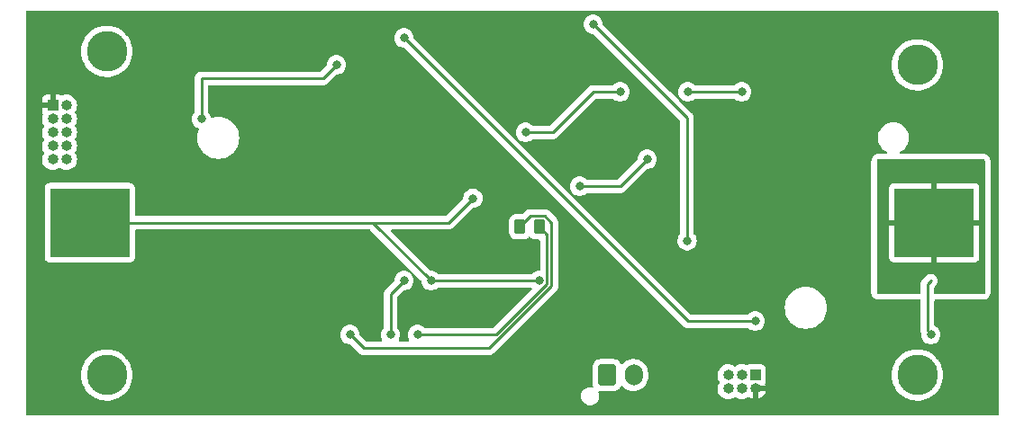
<source format=gbl>
G04 #@! TF.GenerationSoftware,KiCad,Pcbnew,7.0.10*
G04 #@! TF.CreationDate,2024-04-08T00:43:02-04:00*
G04 #@! TF.ProjectId,JokerIteration1,4a6f6b65-7249-4746-9572-6174696f6e31,rev?*
G04 #@! TF.SameCoordinates,Original*
G04 #@! TF.FileFunction,Copper,L2,Bot*
G04 #@! TF.FilePolarity,Positive*
%FSLAX46Y46*%
G04 Gerber Fmt 4.6, Leading zero omitted, Abs format (unit mm)*
G04 Created by KiCad (PCBNEW 7.0.10) date 2024-04-08 00:43:02*
%MOMM*%
%LPD*%
G01*
G04 APERTURE LIST*
G04 Aperture macros list*
%AMRoundRect*
0 Rectangle with rounded corners*
0 $1 Rounding radius*
0 $2 $3 $4 $5 $6 $7 $8 $9 X,Y pos of 4 corners*
0 Add a 4 corners polygon primitive as box body*
4,1,4,$2,$3,$4,$5,$6,$7,$8,$9,$2,$3,0*
0 Add four circle primitives for the rounded corners*
1,1,$1+$1,$2,$3*
1,1,$1+$1,$4,$5*
1,1,$1+$1,$6,$7*
1,1,$1+$1,$8,$9*
0 Add four rect primitives between the rounded corners*
20,1,$1+$1,$2,$3,$4,$5,0*
20,1,$1+$1,$4,$5,$6,$7,0*
20,1,$1+$1,$6,$7,$8,$9,0*
20,1,$1+$1,$8,$9,$2,$3,0*%
G04 Aperture macros list end*
G04 #@! TA.AperFunction,SMDPad,CuDef*
%ADD10R,7.467600X6.477000*%
G04 #@! TD*
G04 #@! TA.AperFunction,ComponentPad*
%ADD11RoundRect,0.250000X-0.600000X-0.750000X0.600000X-0.750000X0.600000X0.750000X-0.600000X0.750000X0*%
G04 #@! TD*
G04 #@! TA.AperFunction,ComponentPad*
%ADD12O,1.700000X2.000000*%
G04 #@! TD*
G04 #@! TA.AperFunction,ComponentPad*
%ADD13R,1.000000X1.000000*%
G04 #@! TD*
G04 #@! TA.AperFunction,ComponentPad*
%ADD14O,1.000000X1.000000*%
G04 #@! TD*
G04 #@! TA.AperFunction,ComponentPad*
%ADD15C,3.800000*%
G04 #@! TD*
G04 #@! TA.AperFunction,SMDPad,CuDef*
%ADD16RoundRect,0.250000X0.262500X0.450000X-0.262500X0.450000X-0.262500X-0.450000X0.262500X-0.450000X0*%
G04 #@! TD*
G04 #@! TA.AperFunction,ViaPad*
%ADD17C,0.800000*%
G04 #@! TD*
G04 #@! TA.AperFunction,Conductor*
%ADD18C,0.250000*%
G04 #@! TD*
G04 APERTURE END LIST*
D10*
X78422500Y-106300000D03*
X157797500Y-106300000D03*
D11*
X127040000Y-120650000D03*
D12*
X129540000Y-120650000D03*
D13*
X140970000Y-120650000D03*
D14*
X140970000Y-121920000D03*
X139700000Y-120650000D03*
X139700000Y-121920000D03*
X138430000Y-120650000D03*
X138430000Y-121920000D03*
D13*
X74930000Y-95250000D03*
D14*
X76200000Y-95250000D03*
X74930000Y-96520000D03*
X76200000Y-96520000D03*
X74930000Y-97790000D03*
X76200000Y-97790000D03*
X74930000Y-99060000D03*
X76200000Y-99060000D03*
X74930000Y-100330000D03*
X76200000Y-100330000D03*
D15*
X80010000Y-120650000D03*
X156210000Y-120650000D03*
X80010000Y-90170000D03*
X156210000Y-91440000D03*
D16*
X120650000Y-106680000D03*
X118825000Y-106680000D03*
D17*
X134620000Y-93980000D03*
X139700000Y-93980000D03*
X119380000Y-97790000D03*
X128270000Y-93980000D03*
X97790000Y-104140000D03*
X105410000Y-87630000D03*
X106680000Y-116840000D03*
X107950000Y-111760000D03*
X157480000Y-116840000D03*
X158750000Y-101600000D03*
X124460000Y-102870000D03*
X114427653Y-104012347D03*
X130810000Y-100330000D03*
X78780000Y-106300000D03*
X110490000Y-111760000D03*
X120650000Y-111760000D03*
X125730000Y-87620000D03*
X134567347Y-108002653D03*
X102870000Y-116840000D03*
X109220000Y-116840000D03*
X101600000Y-91440000D03*
X88900000Y-96520000D03*
X140970000Y-115570000D03*
X107950000Y-88900000D03*
D18*
X125730000Y-93980000D02*
X121920000Y-97790000D01*
X139700000Y-93980000D02*
X134620000Y-93980000D01*
X121920000Y-97790000D02*
X119380000Y-97790000D01*
X128270000Y-93980000D02*
X125730000Y-93980000D01*
X106680000Y-113030000D02*
X107950000Y-111760000D01*
X106680000Y-116840000D02*
X106680000Y-113030000D01*
X157480000Y-111760000D02*
X157165000Y-112075000D01*
X157165000Y-112075000D02*
X157165000Y-116525000D01*
X157165000Y-116525000D02*
X157480000Y-116840000D01*
X158750000Y-101600000D02*
X160020000Y-101600000D01*
X114427653Y-104012347D02*
X112140000Y-106300000D01*
X130810000Y-100330000D02*
X128270000Y-102870000D01*
X128270000Y-102870000D02*
X124460000Y-102870000D01*
X112140000Y-106300000D02*
X105030000Y-106300000D01*
X78780000Y-106300000D02*
X105030000Y-106300000D01*
X105030000Y-106300000D02*
X110490000Y-111760000D01*
X110490000Y-111760000D02*
X120650000Y-111760000D01*
X134567347Y-96457347D02*
X125730000Y-87620000D01*
X134567347Y-108002653D02*
X134567347Y-96457347D01*
X118825000Y-106680000D02*
X119850000Y-105655000D01*
X104140000Y-118110000D02*
X102870000Y-116840000D01*
X119850000Y-105655000D02*
X121157600Y-105655000D01*
X121825000Y-112246701D02*
X115961701Y-118110000D01*
X121825000Y-106322400D02*
X121825000Y-112246701D01*
X115961701Y-118110000D02*
X104140000Y-118110000D01*
X121157600Y-105655000D02*
X121825000Y-106322400D01*
X121375000Y-112060305D02*
X121375000Y-107405000D01*
X121375000Y-107405000D02*
X120650000Y-106680000D01*
X116595305Y-116840000D02*
X121375000Y-112060305D01*
X109220000Y-116840000D02*
X116595305Y-116840000D01*
X100330000Y-92710000D02*
X101600000Y-91440000D01*
X88900000Y-92710000D02*
X100330000Y-92710000D01*
X88900000Y-96520000D02*
X88900000Y-92710000D01*
X140970000Y-115570000D02*
X134620000Y-115570000D01*
X134620000Y-115570000D02*
X107950000Y-88900000D01*
G04 #@! TA.AperFunction,Conductor*
G36*
X163772539Y-86380185D02*
G01*
X163818294Y-86432989D01*
X163829500Y-86484500D01*
X163829500Y-124335500D01*
X163809815Y-124402539D01*
X163757011Y-124448294D01*
X163705500Y-124459500D01*
X72514500Y-124459500D01*
X72447461Y-124439815D01*
X72401706Y-124387011D01*
X72390500Y-124335500D01*
X72390500Y-120650005D01*
X77596738Y-120650005D01*
X77615765Y-120952451D01*
X77615766Y-120952455D01*
X77615766Y-120952459D01*
X77615767Y-120952462D01*
X77672555Y-121250154D01*
X77683877Y-121285000D01*
X77766203Y-121538374D01*
X77766204Y-121538375D01*
X77766206Y-121538381D01*
X77895242Y-121812598D01*
X77895246Y-121812605D01*
X77895247Y-121812606D01*
X78057626Y-122068475D01*
X78057629Y-122068479D01*
X78057630Y-122068480D01*
X78250808Y-122301992D01*
X78443567Y-122483004D01*
X78471727Y-122509448D01*
X78471737Y-122509456D01*
X78716898Y-122687576D01*
X78716903Y-122687578D01*
X78716910Y-122687584D01*
X78982483Y-122833585D01*
X78982488Y-122833587D01*
X78982490Y-122833588D01*
X78982491Y-122833589D01*
X79264257Y-122945148D01*
X79264260Y-122945149D01*
X79348026Y-122966656D01*
X79557800Y-123020516D01*
X79705028Y-123039115D01*
X79858460Y-123058499D01*
X79858466Y-123058499D01*
X79858470Y-123058500D01*
X79858472Y-123058500D01*
X80161528Y-123058500D01*
X80161530Y-123058500D01*
X80161535Y-123058499D01*
X80161539Y-123058499D01*
X80241357Y-123048415D01*
X80462200Y-123020516D01*
X80755739Y-122945149D01*
X80755742Y-122945148D01*
X81037508Y-122833589D01*
X81037509Y-122833588D01*
X81037507Y-122833588D01*
X81037517Y-122833585D01*
X81303090Y-122687584D01*
X81418570Y-122603683D01*
X124585740Y-122603683D01*
X124594330Y-122762132D01*
X124595755Y-122788406D01*
X124595755Y-122788411D01*
X124645244Y-122966656D01*
X124645247Y-122966662D01*
X124731898Y-123130102D01*
X124794540Y-123203850D01*
X124851663Y-123271100D01*
X124998936Y-123383054D01*
X125166833Y-123460732D01*
X125166834Y-123460732D01*
X125166836Y-123460733D01*
X125221648Y-123472797D01*
X125347503Y-123500500D01*
X125347506Y-123500500D01*
X125486107Y-123500500D01*
X125486113Y-123500500D01*
X125623910Y-123485514D01*
X125799221Y-123426444D01*
X125957736Y-123331070D01*
X126092041Y-123203849D01*
X126195858Y-123050730D01*
X126264331Y-122878875D01*
X126294260Y-122696317D01*
X126284245Y-122511593D01*
X126283650Y-122509450D01*
X126234755Y-122333343D01*
X126232265Y-122327093D01*
X126234427Y-122326231D01*
X126222578Y-122268362D01*
X126247794Y-122203201D01*
X126304236Y-122162017D01*
X126358745Y-122155362D01*
X126389455Y-122158500D01*
X127690544Y-122158499D01*
X127794426Y-122147887D01*
X127962738Y-122092115D01*
X128113652Y-121999030D01*
X128239030Y-121873652D01*
X128330417Y-121725489D01*
X128382363Y-121678768D01*
X128451326Y-121667545D01*
X128515408Y-121695389D01*
X128525468Y-121704780D01*
X128562476Y-121743394D01*
X128627044Y-121810764D01*
X128639228Y-121823476D01*
X128825153Y-121960985D01*
X129031643Y-122065095D01*
X129252757Y-122132811D01*
X129482135Y-122162184D01*
X129713178Y-122152369D01*
X129939238Y-122103649D01*
X130153813Y-122017426D01*
X130312042Y-121920000D01*
X137416620Y-121920000D01*
X137436091Y-122117699D01*
X137493760Y-122307808D01*
X137587401Y-122482998D01*
X137587405Y-122483005D01*
X137713431Y-122636568D01*
X137866994Y-122762594D01*
X137867001Y-122762598D01*
X138042191Y-122856239D01*
X138042193Y-122856239D01*
X138042196Y-122856241D01*
X138232299Y-122913908D01*
X138232298Y-122913908D01*
X138250024Y-122915653D01*
X138430000Y-122933380D01*
X138627701Y-122913908D01*
X138817804Y-122856241D01*
X138860191Y-122833585D01*
X138992995Y-122762600D01*
X138992996Y-122762599D01*
X138993004Y-122762595D01*
X138993010Y-122762589D01*
X138996101Y-122760525D01*
X138997978Y-122759936D01*
X138998377Y-122759724D01*
X138998417Y-122759799D01*
X139062776Y-122739642D01*
X139130158Y-122758121D01*
X139133899Y-122760525D01*
X139136993Y-122762593D01*
X139136996Y-122762595D01*
X139136998Y-122762596D01*
X139137004Y-122762600D01*
X139312191Y-122856239D01*
X139312193Y-122856239D01*
X139312196Y-122856241D01*
X139502299Y-122913908D01*
X139502298Y-122913908D01*
X139520024Y-122915653D01*
X139700000Y-122933380D01*
X139897701Y-122913908D01*
X140087804Y-122856241D01*
X140102571Y-122848348D01*
X140262998Y-122762599D01*
X140263000Y-122762596D01*
X140263004Y-122762595D01*
X140263429Y-122762246D01*
X140263696Y-122762132D01*
X140268067Y-122759212D01*
X140268620Y-122760040D01*
X140327735Y-122734929D01*
X140396603Y-122746715D01*
X140410989Y-122754991D01*
X140411740Y-122755493D01*
X140585461Y-122848348D01*
X140720000Y-122889159D01*
X140720000Y-122127672D01*
X140757871Y-122172805D01*
X140857129Y-122230112D01*
X140941564Y-122245000D01*
X140998436Y-122245000D01*
X141082871Y-122230112D01*
X141182129Y-122172805D01*
X141184483Y-122170000D01*
X141220000Y-122170000D01*
X141220000Y-122889159D01*
X141354534Y-122848349D01*
X141528260Y-122755491D01*
X141680528Y-122630528D01*
X141805492Y-122478260D01*
X141805496Y-122478253D01*
X141898347Y-122304541D01*
X141939160Y-122170000D01*
X141220000Y-122170000D01*
X141184483Y-122170000D01*
X141255801Y-122085007D01*
X141295000Y-121977306D01*
X141295000Y-121862694D01*
X141255801Y-121754993D01*
X141184483Y-121670000D01*
X141939160Y-121670000D01*
X141939160Y-121669999D01*
X141898347Y-121535459D01*
X141896265Y-121530432D01*
X141888795Y-121460963D01*
X141911556Y-121408670D01*
X141920889Y-121396204D01*
X141946439Y-121327702D01*
X141971987Y-121259207D01*
X141971987Y-121259205D01*
X141971989Y-121259201D01*
X141976378Y-121218376D01*
X141978499Y-121198654D01*
X141978500Y-121198637D01*
X141978500Y-120650005D01*
X153796738Y-120650005D01*
X153815765Y-120952451D01*
X153815766Y-120952455D01*
X153815766Y-120952459D01*
X153815767Y-120952462D01*
X153872555Y-121250154D01*
X153883877Y-121285000D01*
X153966203Y-121538374D01*
X153966204Y-121538375D01*
X153966206Y-121538381D01*
X154095242Y-121812598D01*
X154095246Y-121812605D01*
X154095247Y-121812606D01*
X154257626Y-122068475D01*
X154257629Y-122068479D01*
X154257630Y-122068480D01*
X154450808Y-122301992D01*
X154643567Y-122483004D01*
X154671727Y-122509448D01*
X154671737Y-122509456D01*
X154916898Y-122687576D01*
X154916903Y-122687578D01*
X154916910Y-122687584D01*
X155182483Y-122833585D01*
X155182488Y-122833587D01*
X155182490Y-122833588D01*
X155182491Y-122833589D01*
X155464257Y-122945148D01*
X155464260Y-122945149D01*
X155548026Y-122966656D01*
X155757800Y-123020516D01*
X155905028Y-123039115D01*
X156058460Y-123058499D01*
X156058466Y-123058499D01*
X156058470Y-123058500D01*
X156058472Y-123058500D01*
X156361528Y-123058500D01*
X156361530Y-123058500D01*
X156361535Y-123058499D01*
X156361539Y-123058499D01*
X156441357Y-123048415D01*
X156662200Y-123020516D01*
X156955739Y-122945149D01*
X156955742Y-122945148D01*
X157237508Y-122833589D01*
X157237509Y-122833588D01*
X157237507Y-122833588D01*
X157237517Y-122833585D01*
X157503090Y-122687584D01*
X157748271Y-122509450D01*
X157969192Y-122301992D01*
X158162370Y-122068480D01*
X158324758Y-121812598D01*
X158453794Y-121538381D01*
X158547445Y-121250154D01*
X158604233Y-120952462D01*
X158623262Y-120650000D01*
X158604233Y-120347538D01*
X158547445Y-120049846D01*
X158453794Y-119761619D01*
X158324758Y-119487402D01*
X158206445Y-119300971D01*
X158162373Y-119231524D01*
X158142817Y-119207885D01*
X157969192Y-118998008D01*
X157748271Y-118790550D01*
X157748268Y-118790548D01*
X157748262Y-118790543D01*
X157503101Y-118612423D01*
X157503094Y-118612418D01*
X157503090Y-118612416D01*
X157237517Y-118466415D01*
X157237514Y-118466413D01*
X157237509Y-118466411D01*
X157237508Y-118466410D01*
X156955742Y-118354851D01*
X156955739Y-118354850D01*
X156662197Y-118279483D01*
X156361539Y-118241500D01*
X156361530Y-118241500D01*
X156058470Y-118241500D01*
X156058460Y-118241500D01*
X155757802Y-118279483D01*
X155464260Y-118354850D01*
X155464257Y-118354851D01*
X155182491Y-118466410D01*
X155182490Y-118466411D01*
X154916910Y-118612416D01*
X154916898Y-118612423D01*
X154671737Y-118790543D01*
X154671727Y-118790551D01*
X154450810Y-118998006D01*
X154257626Y-119231524D01*
X154095247Y-119487393D01*
X154095244Y-119487397D01*
X154095242Y-119487402D01*
X153971643Y-119750065D01*
X153966204Y-119761624D01*
X153966203Y-119761625D01*
X153910380Y-119933432D01*
X153872555Y-120049846D01*
X153815767Y-120347538D01*
X153815766Y-120347544D01*
X153815765Y-120347548D01*
X153796738Y-120649994D01*
X153796738Y-120650005D01*
X141978500Y-120650005D01*
X141978500Y-120101362D01*
X141978499Y-120101345D01*
X141975157Y-120070270D01*
X141971989Y-120040799D01*
X141920889Y-119903796D01*
X141833261Y-119786739D01*
X141716204Y-119699111D01*
X141716201Y-119699110D01*
X141579203Y-119648011D01*
X141518654Y-119641500D01*
X141518638Y-119641500D01*
X140421362Y-119641500D01*
X140421345Y-119641500D01*
X140360797Y-119648011D01*
X140360795Y-119648011D01*
X140233915Y-119695336D01*
X140223796Y-119699111D01*
X140223793Y-119699112D01*
X140223789Y-119699115D01*
X140218895Y-119702779D01*
X140153429Y-119727193D01*
X140094071Y-119714555D01*
X140093436Y-119716091D01*
X140087814Y-119713762D01*
X140039513Y-119699110D01*
X139897701Y-119656092D01*
X139897699Y-119656091D01*
X139897701Y-119656091D01*
X139700000Y-119636620D01*
X139502300Y-119656091D01*
X139312191Y-119713760D01*
X139136995Y-119807404D01*
X139133885Y-119809483D01*
X139132008Y-119810070D01*
X139131624Y-119810276D01*
X139131584Y-119810203D01*
X139067206Y-119830357D01*
X138999827Y-119811869D01*
X138996115Y-119809483D01*
X138993004Y-119807404D01*
X138817808Y-119713760D01*
X138722752Y-119684925D01*
X138627701Y-119656092D01*
X138627699Y-119656091D01*
X138627701Y-119656091D01*
X138430000Y-119636620D01*
X138232300Y-119656091D01*
X138042191Y-119713760D01*
X137867001Y-119807401D01*
X137866994Y-119807405D01*
X137713431Y-119933431D01*
X137587405Y-120086994D01*
X137587401Y-120087001D01*
X137493760Y-120262191D01*
X137436091Y-120452300D01*
X137416620Y-120650000D01*
X137436091Y-120847699D01*
X137493760Y-121037808D01*
X137587404Y-121213004D01*
X137589483Y-121216115D01*
X137590070Y-121217991D01*
X137590276Y-121218376D01*
X137590203Y-121218415D01*
X137610357Y-121282794D01*
X137591869Y-121350173D01*
X137589483Y-121353885D01*
X137587404Y-121356995D01*
X137493760Y-121532191D01*
X137436091Y-121722300D01*
X137416620Y-121920000D01*
X130312042Y-121920000D01*
X130350730Y-121896179D01*
X130524324Y-121743398D01*
X130669600Y-121563476D01*
X130782380Y-121361591D01*
X130859419Y-121143550D01*
X130892186Y-120952451D01*
X130898499Y-120915634D01*
X130898500Y-120915623D01*
X130898500Y-120442287D01*
X130898499Y-120442269D01*
X130883802Y-120269586D01*
X130881876Y-120262191D01*
X130825530Y-120045793D01*
X130825529Y-120045789D01*
X130730283Y-119835080D01*
X130730276Y-119835068D01*
X130600790Y-119643486D01*
X130600786Y-119643481D01*
X130600783Y-119643477D01*
X130440772Y-119476524D01*
X130254847Y-119339015D01*
X130254846Y-119339014D01*
X130254844Y-119339013D01*
X130048358Y-119234905D01*
X129920888Y-119195867D01*
X129827243Y-119167189D01*
X129827241Y-119167188D01*
X129827242Y-119167188D01*
X129597859Y-119137815D01*
X129366827Y-119147630D01*
X129366821Y-119147630D01*
X129140759Y-119196351D01*
X128926190Y-119282572D01*
X128729270Y-119403820D01*
X128555679Y-119556599D01*
X128555674Y-119556604D01*
X128531757Y-119586224D01*
X128474326Y-119626015D01*
X128404498Y-119628440D01*
X128344444Y-119592728D01*
X128329747Y-119573423D01*
X128239030Y-119426348D01*
X128113652Y-119300970D01*
X127962738Y-119207885D01*
X127927930Y-119196351D01*
X127794427Y-119152113D01*
X127690545Y-119141500D01*
X126389462Y-119141500D01*
X126389446Y-119141501D01*
X126285572Y-119152113D01*
X126117264Y-119207884D01*
X126117259Y-119207886D01*
X125966346Y-119300971D01*
X125840971Y-119426346D01*
X125747886Y-119577259D01*
X125747884Y-119577264D01*
X125692113Y-119745572D01*
X125681500Y-119849447D01*
X125681500Y-121450537D01*
X125681501Y-121450553D01*
X125692113Y-121554428D01*
X125723683Y-121649702D01*
X125726084Y-121719530D01*
X125690352Y-121779572D01*
X125627832Y-121810764D01*
X125579323Y-121809806D01*
X125532501Y-121799500D01*
X125532497Y-121799500D01*
X125393887Y-121799500D01*
X125393883Y-121799500D01*
X125256088Y-121814486D01*
X125080776Y-121873557D01*
X125080774Y-121873558D01*
X124922262Y-121968931D01*
X124922261Y-121968932D01*
X124787959Y-122096149D01*
X124684138Y-122249276D01*
X124615669Y-122421122D01*
X124615669Y-122421125D01*
X124585740Y-122603683D01*
X81418570Y-122603683D01*
X81548271Y-122509450D01*
X81769192Y-122301992D01*
X81962370Y-122068480D01*
X82124758Y-121812598D01*
X82253794Y-121538381D01*
X82347445Y-121250154D01*
X82404233Y-120952462D01*
X82423262Y-120650000D01*
X82404233Y-120347538D01*
X82347445Y-120049846D01*
X82253794Y-119761619D01*
X82124758Y-119487402D01*
X82006445Y-119300971D01*
X81962373Y-119231524D01*
X81942817Y-119207885D01*
X81769192Y-118998008D01*
X81548271Y-118790550D01*
X81548268Y-118790548D01*
X81548262Y-118790543D01*
X81303101Y-118612423D01*
X81303094Y-118612418D01*
X81303090Y-118612416D01*
X81037517Y-118466415D01*
X81037514Y-118466413D01*
X81037509Y-118466411D01*
X81037508Y-118466410D01*
X80755742Y-118354851D01*
X80755739Y-118354850D01*
X80462197Y-118279483D01*
X80161539Y-118241500D01*
X80161530Y-118241500D01*
X79858470Y-118241500D01*
X79858460Y-118241500D01*
X79557802Y-118279483D01*
X79264260Y-118354850D01*
X79264257Y-118354851D01*
X78982491Y-118466410D01*
X78982490Y-118466411D01*
X78716910Y-118612416D01*
X78716898Y-118612423D01*
X78471737Y-118790543D01*
X78471727Y-118790551D01*
X78250810Y-118998006D01*
X78057626Y-119231524D01*
X77895247Y-119487393D01*
X77895244Y-119487397D01*
X77895242Y-119487402D01*
X77771643Y-119750065D01*
X77766204Y-119761624D01*
X77766203Y-119761625D01*
X77710380Y-119933432D01*
X77672555Y-120049846D01*
X77615767Y-120347538D01*
X77615766Y-120347544D01*
X77615765Y-120347548D01*
X77596738Y-120649994D01*
X77596738Y-120650005D01*
X72390500Y-120650005D01*
X72390500Y-109587154D01*
X74180200Y-109587154D01*
X74186711Y-109647702D01*
X74186711Y-109647704D01*
X74237811Y-109784704D01*
X74325439Y-109901761D01*
X74442496Y-109989389D01*
X74579499Y-110040489D01*
X74606750Y-110043418D01*
X74640045Y-110046999D01*
X74640062Y-110047000D01*
X82204938Y-110047000D01*
X82204954Y-110046999D01*
X82231992Y-110044091D01*
X82265501Y-110040489D01*
X82402504Y-109989389D01*
X82519561Y-109901761D01*
X82607189Y-109784704D01*
X82658289Y-109647701D01*
X82661891Y-109614192D01*
X82664799Y-109587154D01*
X82664800Y-109587137D01*
X82664800Y-107057500D01*
X82684485Y-106990461D01*
X82737289Y-106944706D01*
X82788800Y-106933500D01*
X104716234Y-106933500D01*
X104783273Y-106953185D01*
X104803915Y-106969819D01*
X109543379Y-111709284D01*
X109576864Y-111770607D01*
X109579018Y-111783999D01*
X109596458Y-111949928D01*
X109596459Y-111949931D01*
X109655470Y-112131549D01*
X109655473Y-112131556D01*
X109750960Y-112296944D01*
X109878747Y-112438866D01*
X110033248Y-112551118D01*
X110207712Y-112628794D01*
X110394513Y-112668500D01*
X110585487Y-112668500D01*
X110772288Y-112628794D01*
X110946752Y-112551118D01*
X111101253Y-112438866D01*
X111105160Y-112434527D01*
X111164646Y-112397879D01*
X111197309Y-112393500D01*
X119846537Y-112393500D01*
X119913576Y-112413185D01*
X119959331Y-112465989D01*
X119969275Y-112535147D01*
X119940250Y-112598703D01*
X119934218Y-112605181D01*
X116369219Y-116170181D01*
X116307896Y-116203666D01*
X116281538Y-116206500D01*
X109927309Y-116206500D01*
X109860270Y-116186815D01*
X109835160Y-116165473D01*
X109831254Y-116161135D01*
X109827244Y-116158221D01*
X109676752Y-116048882D01*
X109502288Y-115971206D01*
X109502286Y-115971205D01*
X109315487Y-115931500D01*
X109124513Y-115931500D01*
X108937714Y-115971205D01*
X108924660Y-115977017D01*
X108769432Y-116046129D01*
X108763246Y-116048883D01*
X108608745Y-116161135D01*
X108480959Y-116303057D01*
X108385473Y-116468443D01*
X108385470Y-116468450D01*
X108328270Y-116644495D01*
X108326458Y-116650072D01*
X108306496Y-116840000D01*
X108326458Y-117029928D01*
X108326459Y-117029931D01*
X108385470Y-117211549D01*
X108385472Y-117211553D01*
X108385473Y-117211556D01*
X108430471Y-117289494D01*
X108431052Y-117290501D01*
X108447524Y-117358401D01*
X108424671Y-117424428D01*
X108369749Y-117467618D01*
X108323664Y-117476500D01*
X107576336Y-117476500D01*
X107509297Y-117456815D01*
X107463542Y-117404011D01*
X107453598Y-117334853D01*
X107468948Y-117290501D01*
X107469195Y-117290072D01*
X107514527Y-117211556D01*
X107573542Y-117029928D01*
X107593504Y-116840000D01*
X107573542Y-116650072D01*
X107514527Y-116468444D01*
X107419040Y-116303056D01*
X107419036Y-116303050D01*
X107345350Y-116221213D01*
X107315120Y-116158221D01*
X107313500Y-116138241D01*
X107313500Y-113343766D01*
X107333185Y-113276727D01*
X107349819Y-113256085D01*
X107901085Y-112704819D01*
X107962408Y-112671334D01*
X107988766Y-112668500D01*
X108045487Y-112668500D01*
X108232288Y-112628794D01*
X108406752Y-112551118D01*
X108561253Y-112438866D01*
X108689040Y-112296944D01*
X108784527Y-112131556D01*
X108843542Y-111949928D01*
X108863504Y-111760000D01*
X108843542Y-111570072D01*
X108784527Y-111388444D01*
X108689040Y-111223056D01*
X108561253Y-111081134D01*
X108406752Y-110968882D01*
X108232288Y-110891206D01*
X108232286Y-110891205D01*
X108045487Y-110851500D01*
X107854513Y-110851500D01*
X107667714Y-110891205D01*
X107493246Y-110968883D01*
X107338745Y-111081135D01*
X107210959Y-111223057D01*
X107115473Y-111388443D01*
X107115470Y-111388450D01*
X107056459Y-111570068D01*
X107056458Y-111570072D01*
X107041826Y-111709284D01*
X107039019Y-111735995D01*
X107012434Y-111800609D01*
X107003379Y-111810714D01*
X106291179Y-112522914D01*
X106278820Y-112532818D01*
X106278993Y-112533027D01*
X106272982Y-112538000D01*
X106226338Y-112587669D01*
X106223633Y-112590460D01*
X106203873Y-112610221D01*
X106203858Y-112610238D01*
X106201317Y-112613513D01*
X106193753Y-112622367D01*
X106163420Y-112654671D01*
X106163412Y-112654681D01*
X106153579Y-112672567D01*
X106142903Y-112688820D01*
X106130386Y-112704957D01*
X106130385Y-112704960D01*
X106112785Y-112745629D01*
X106107648Y-112756115D01*
X106086303Y-112794941D01*
X106086303Y-112794942D01*
X106081225Y-112814720D01*
X106074925Y-112833122D01*
X106066818Y-112851857D01*
X106059888Y-112895609D01*
X106057520Y-112907045D01*
X106046500Y-112949965D01*
X106046500Y-112970384D01*
X106044972Y-112989783D01*
X106041780Y-113009943D01*
X106044874Y-113042681D01*
X106045950Y-113054057D01*
X106046500Y-113065726D01*
X106046500Y-116138241D01*
X106026815Y-116205280D01*
X106014650Y-116221213D01*
X105940963Y-116303050D01*
X105940958Y-116303057D01*
X105845473Y-116468443D01*
X105845470Y-116468450D01*
X105788270Y-116644495D01*
X105786458Y-116650072D01*
X105766496Y-116840000D01*
X105786458Y-117029928D01*
X105786459Y-117029931D01*
X105845470Y-117211549D01*
X105845472Y-117211553D01*
X105845473Y-117211556D01*
X105890471Y-117289494D01*
X105891052Y-117290501D01*
X105907524Y-117358401D01*
X105884671Y-117424428D01*
X105829749Y-117467618D01*
X105783664Y-117476500D01*
X104453767Y-117476500D01*
X104386728Y-117456815D01*
X104366086Y-117440181D01*
X103816620Y-116890715D01*
X103783135Y-116829392D01*
X103780982Y-116816012D01*
X103763542Y-116650072D01*
X103704527Y-116468444D01*
X103609040Y-116303056D01*
X103481253Y-116161134D01*
X103326752Y-116048882D01*
X103152288Y-115971206D01*
X103152286Y-115971205D01*
X102965487Y-115931500D01*
X102774513Y-115931500D01*
X102587714Y-115971205D01*
X102574660Y-115977017D01*
X102419432Y-116046129D01*
X102413246Y-116048883D01*
X102258745Y-116161135D01*
X102130959Y-116303057D01*
X102035473Y-116468443D01*
X102035470Y-116468450D01*
X101978270Y-116644495D01*
X101976458Y-116650072D01*
X101956496Y-116840000D01*
X101976458Y-117029928D01*
X101976459Y-117029931D01*
X102035470Y-117211549D01*
X102035472Y-117211553D01*
X102035473Y-117211556D01*
X102130960Y-117376944D01*
X102258747Y-117518866D01*
X102413248Y-117631118D01*
X102587712Y-117708794D01*
X102774513Y-117748500D01*
X102831234Y-117748500D01*
X102898273Y-117768185D01*
X102918915Y-117784819D01*
X103632910Y-118498814D01*
X103642816Y-118511178D01*
X103643026Y-118511005D01*
X103647997Y-118517013D01*
X103648000Y-118517018D01*
X103697701Y-118563690D01*
X103700465Y-118566369D01*
X103720230Y-118586134D01*
X103723504Y-118588673D01*
X103732370Y-118596247D01*
X103764678Y-118626586D01*
X103782567Y-118636420D01*
X103798833Y-118647104D01*
X103814959Y-118659613D01*
X103855616Y-118677207D01*
X103866107Y-118682346D01*
X103904940Y-118703695D01*
X103924718Y-118708773D01*
X103943119Y-118715073D01*
X103961855Y-118723181D01*
X104005630Y-118730113D01*
X104017045Y-118732478D01*
X104059970Y-118743500D01*
X104080384Y-118743500D01*
X104099783Y-118745027D01*
X104119943Y-118748220D01*
X104164057Y-118744050D01*
X104175726Y-118743500D01*
X115878067Y-118743500D01*
X115893814Y-118745238D01*
X115893840Y-118744968D01*
X115901606Y-118745701D01*
X115901610Y-118745702D01*
X115969718Y-118743560D01*
X115973614Y-118743500D01*
X116001559Y-118743500D01*
X116001561Y-118743499D01*
X116002963Y-118743322D01*
X116005650Y-118742983D01*
X116017309Y-118742064D01*
X116061590Y-118740673D01*
X116081182Y-118734980D01*
X116100239Y-118731032D01*
X116120498Y-118728474D01*
X116161707Y-118712157D01*
X116172744Y-118708379D01*
X116215294Y-118696018D01*
X116232866Y-118685625D01*
X116250333Y-118677068D01*
X116269318Y-118669552D01*
X116305162Y-118643508D01*
X116314931Y-118637092D01*
X116316067Y-118636420D01*
X116353063Y-118614542D01*
X116367503Y-118600100D01*
X116382293Y-118587470D01*
X116398808Y-118575472D01*
X116427060Y-118541319D01*
X116434904Y-118532699D01*
X122213817Y-112753787D01*
X122226178Y-112743886D01*
X122226004Y-112743676D01*
X122232013Y-112738703D01*
X122232018Y-112738701D01*
X122278690Y-112688998D01*
X122281339Y-112686265D01*
X122301135Y-112666471D01*
X122303672Y-112663199D01*
X122311251Y-112654325D01*
X122341586Y-112622022D01*
X122351419Y-112604133D01*
X122362102Y-112587870D01*
X122374614Y-112571742D01*
X122392207Y-112531082D01*
X122397350Y-112520586D01*
X122418693Y-112481765D01*
X122418693Y-112481764D01*
X122418695Y-112481761D01*
X122423774Y-112461974D01*
X122430070Y-112443586D01*
X122438181Y-112424846D01*
X122445113Y-112381073D01*
X122447478Y-112369654D01*
X122458500Y-112326731D01*
X122458500Y-112306316D01*
X122460027Y-112286915D01*
X122463220Y-112266758D01*
X122459050Y-112222643D01*
X122458500Y-112210974D01*
X122458500Y-106406031D01*
X122460238Y-106390281D01*
X122459968Y-106390256D01*
X122460701Y-106382494D01*
X122460702Y-106382491D01*
X122458561Y-106314381D01*
X122458500Y-106310485D01*
X122458500Y-106282546D01*
X122457982Y-106278449D01*
X122457064Y-106266789D01*
X122455673Y-106222510D01*
X122455672Y-106222508D01*
X122449979Y-106202914D01*
X122446032Y-106183857D01*
X122443474Y-106163603D01*
X122427162Y-106122404D01*
X122423377Y-106111350D01*
X122411018Y-106068807D01*
X122400622Y-106051229D01*
X122392066Y-106033762D01*
X122384552Y-106014783D01*
X122358510Y-105978939D01*
X122352099Y-105969181D01*
X122329542Y-105931038D01*
X122315108Y-105916604D01*
X122302471Y-105901809D01*
X122290472Y-105885293D01*
X122290469Y-105885291D01*
X122290469Y-105885290D01*
X122256325Y-105857043D01*
X122247685Y-105849181D01*
X121664691Y-105266187D01*
X121654788Y-105253825D01*
X121654578Y-105254000D01*
X121649599Y-105247981D01*
X121599931Y-105201340D01*
X121597134Y-105198629D01*
X121577366Y-105178861D01*
X121574104Y-105176331D01*
X121565219Y-105168743D01*
X121532921Y-105138414D01*
X121532919Y-105138412D01*
X121515031Y-105128578D01*
X121498770Y-105117897D01*
X121482639Y-105105384D01*
X121441975Y-105087788D01*
X121431485Y-105082649D01*
X121392660Y-105061305D01*
X121392656Y-105061304D01*
X121372887Y-105056228D01*
X121354481Y-105049926D01*
X121335744Y-105041818D01*
X121335745Y-105041818D01*
X121291983Y-105034887D01*
X121280547Y-105032519D01*
X121265793Y-105028731D01*
X121237632Y-105021500D01*
X121237630Y-105021500D01*
X121217216Y-105021500D01*
X121197817Y-105019973D01*
X121177658Y-105016780D01*
X121177657Y-105016780D01*
X121133543Y-105020950D01*
X121121874Y-105021500D01*
X119933631Y-105021500D01*
X119917879Y-105019760D01*
X119917854Y-105020032D01*
X119910092Y-105019298D01*
X119910091Y-105019298D01*
X119886737Y-105020032D01*
X119841969Y-105021439D01*
X119838074Y-105021500D01*
X119810144Y-105021500D01*
X119810141Y-105021500D01*
X119810125Y-105021501D01*
X119806032Y-105022018D01*
X119794404Y-105022933D01*
X119750113Y-105024325D01*
X119750107Y-105024326D01*
X119730500Y-105030022D01*
X119711461Y-105033965D01*
X119691211Y-105036524D01*
X119691205Y-105036525D01*
X119691203Y-105036526D01*
X119680425Y-105040792D01*
X119650006Y-105052836D01*
X119638960Y-105056617D01*
X119596413Y-105068979D01*
X119596407Y-105068981D01*
X119578833Y-105079374D01*
X119561372Y-105087928D01*
X119542386Y-105095446D01*
X119542385Y-105095446D01*
X119506535Y-105121492D01*
X119496776Y-105127902D01*
X119458637Y-105150457D01*
X119444201Y-105164894D01*
X119429415Y-105177523D01*
X119412893Y-105189528D01*
X119412891Y-105189529D01*
X119412891Y-105189530D01*
X119412888Y-105189533D01*
X119384642Y-105223674D01*
X119376783Y-105232311D01*
X119173913Y-105435181D01*
X119112590Y-105468666D01*
X119086232Y-105471500D01*
X118511962Y-105471500D01*
X118511946Y-105471501D01*
X118408072Y-105482113D01*
X118239764Y-105537884D01*
X118239759Y-105537886D01*
X118088846Y-105630971D01*
X117963471Y-105756346D01*
X117870386Y-105907259D01*
X117870384Y-105907264D01*
X117814613Y-106075572D01*
X117804000Y-106179447D01*
X117804000Y-107180537D01*
X117804001Y-107180553D01*
X117814613Y-107284427D01*
X117870384Y-107452735D01*
X117870386Y-107452740D01*
X117878386Y-107465710D01*
X117963470Y-107603652D01*
X118088848Y-107729030D01*
X118239762Y-107822115D01*
X118408074Y-107877887D01*
X118511955Y-107888500D01*
X119138044Y-107888499D01*
X119241926Y-107877887D01*
X119410238Y-107822115D01*
X119561152Y-107729030D01*
X119649819Y-107640363D01*
X119711142Y-107606878D01*
X119780834Y-107611862D01*
X119825181Y-107640363D01*
X119913848Y-107729030D01*
X120064762Y-107822115D01*
X120233074Y-107877887D01*
X120336955Y-107888500D01*
X120617501Y-107888499D01*
X120684539Y-107908183D01*
X120730294Y-107960987D01*
X120741500Y-108012499D01*
X120741500Y-110727500D01*
X120721815Y-110794539D01*
X120669011Y-110840294D01*
X120617500Y-110851500D01*
X120554513Y-110851500D01*
X120367714Y-110891205D01*
X120193246Y-110968883D01*
X120038745Y-111081135D01*
X120034840Y-111085473D01*
X119975354Y-111122121D01*
X119942691Y-111126500D01*
X111197309Y-111126500D01*
X111130270Y-111106815D01*
X111105160Y-111085473D01*
X111101254Y-111081135D01*
X110946753Y-110968883D01*
X110946752Y-110968882D01*
X110772288Y-110891206D01*
X110772286Y-110891205D01*
X110585487Y-110851500D01*
X110528766Y-110851500D01*
X110461727Y-110831815D01*
X110441085Y-110815181D01*
X106771086Y-107145181D01*
X106737601Y-107083858D01*
X106742585Y-107014166D01*
X106784457Y-106958233D01*
X106849921Y-106933816D01*
X106858767Y-106933500D01*
X112056366Y-106933500D01*
X112072113Y-106935238D01*
X112072139Y-106934968D01*
X112079905Y-106935701D01*
X112079909Y-106935702D01*
X112148017Y-106933560D01*
X112151913Y-106933500D01*
X112179858Y-106933500D01*
X112179860Y-106933499D01*
X112181262Y-106933322D01*
X112183949Y-106932983D01*
X112195608Y-106932064D01*
X112239889Y-106930673D01*
X112259481Y-106924980D01*
X112278538Y-106921032D01*
X112298797Y-106918474D01*
X112340006Y-106902157D01*
X112351043Y-106898379D01*
X112393593Y-106886018D01*
X112411165Y-106875625D01*
X112428632Y-106867068D01*
X112447617Y-106859552D01*
X112483461Y-106833508D01*
X112493230Y-106827092D01*
X112531362Y-106804542D01*
X112545802Y-106790100D01*
X112560592Y-106777470D01*
X112577107Y-106765472D01*
X112605359Y-106731319D01*
X112613203Y-106722699D01*
X114378739Y-104957166D01*
X114440062Y-104923681D01*
X114466420Y-104920847D01*
X114523140Y-104920847D01*
X114709941Y-104881141D01*
X114884405Y-104803465D01*
X115038906Y-104691213D01*
X115166693Y-104549291D01*
X115262180Y-104383903D01*
X115321195Y-104202275D01*
X115341157Y-104012347D01*
X115321195Y-103822419D01*
X115262180Y-103640791D01*
X115166693Y-103475403D01*
X115038906Y-103333481D01*
X114884405Y-103221229D01*
X114709941Y-103143553D01*
X114709939Y-103143552D01*
X114523140Y-103103847D01*
X114332166Y-103103847D01*
X114145367Y-103143552D01*
X113970899Y-103221230D01*
X113816398Y-103333482D01*
X113688612Y-103475404D01*
X113593126Y-103640790D01*
X113593123Y-103640797D01*
X113548381Y-103778500D01*
X113534111Y-103822419D01*
X113516672Y-103988342D01*
X113490087Y-104052956D01*
X113481032Y-104063061D01*
X111913914Y-105630181D01*
X111852591Y-105663666D01*
X111826233Y-105666500D01*
X105089616Y-105666500D01*
X105070217Y-105664973D01*
X105050058Y-105661780D01*
X105050057Y-105661780D01*
X105005943Y-105665950D01*
X104994274Y-105666500D01*
X82788800Y-105666500D01*
X82721761Y-105646815D01*
X82676006Y-105594011D01*
X82664800Y-105542500D01*
X82664800Y-103012862D01*
X82664799Y-103012845D01*
X82661457Y-102981770D01*
X82658289Y-102952299D01*
X82607189Y-102815296D01*
X82519561Y-102698239D01*
X82402504Y-102610611D01*
X82265503Y-102559511D01*
X82204954Y-102553000D01*
X82204938Y-102553000D01*
X74640062Y-102553000D01*
X74640045Y-102553000D01*
X74579497Y-102559511D01*
X74579495Y-102559511D01*
X74442495Y-102610611D01*
X74325439Y-102698239D01*
X74237811Y-102815295D01*
X74186711Y-102952295D01*
X74186711Y-102952297D01*
X74180200Y-103012845D01*
X74180200Y-109587154D01*
X72390500Y-109587154D01*
X72390500Y-100330000D01*
X73916620Y-100330000D01*
X73936091Y-100527699D01*
X73993760Y-100717808D01*
X74087401Y-100892998D01*
X74087405Y-100893005D01*
X74213431Y-101046568D01*
X74366994Y-101172594D01*
X74367001Y-101172598D01*
X74542191Y-101266239D01*
X74542193Y-101266239D01*
X74542196Y-101266241D01*
X74732299Y-101323908D01*
X74732298Y-101323908D01*
X74750024Y-101325653D01*
X74930000Y-101343380D01*
X75127701Y-101323908D01*
X75317804Y-101266241D01*
X75493004Y-101172595D01*
X75493010Y-101172589D01*
X75496101Y-101170525D01*
X75497978Y-101169936D01*
X75498377Y-101169724D01*
X75498417Y-101169799D01*
X75562776Y-101149642D01*
X75630158Y-101168121D01*
X75633899Y-101170525D01*
X75636993Y-101172593D01*
X75636996Y-101172595D01*
X75636998Y-101172596D01*
X75637004Y-101172600D01*
X75812191Y-101266239D01*
X75812193Y-101266239D01*
X75812196Y-101266241D01*
X76002299Y-101323908D01*
X76002298Y-101323908D01*
X76020024Y-101325653D01*
X76200000Y-101343380D01*
X76397701Y-101323908D01*
X76587804Y-101266241D01*
X76763004Y-101172595D01*
X76916568Y-101046568D01*
X77042595Y-100893004D01*
X77136241Y-100717804D01*
X77193908Y-100527701D01*
X77213380Y-100330000D01*
X77193908Y-100132299D01*
X77136241Y-99942196D01*
X77136239Y-99942193D01*
X77136239Y-99942191D01*
X77042600Y-99767004D01*
X77040525Y-99763899D01*
X77039936Y-99762021D01*
X77039724Y-99761623D01*
X77039799Y-99761582D01*
X77019642Y-99697224D01*
X77038121Y-99629842D01*
X77040525Y-99626101D01*
X77042589Y-99623010D01*
X77042595Y-99623004D01*
X77048853Y-99611297D01*
X77136239Y-99447808D01*
X77136239Y-99447807D01*
X77136241Y-99447804D01*
X77193908Y-99257701D01*
X77213380Y-99060000D01*
X77193908Y-98862299D01*
X77136241Y-98672196D01*
X77136239Y-98672193D01*
X77136239Y-98672191D01*
X77042600Y-98497004D01*
X77040525Y-98493899D01*
X77039936Y-98492021D01*
X77039724Y-98491623D01*
X77039799Y-98491582D01*
X77019642Y-98427224D01*
X77038121Y-98359842D01*
X77040525Y-98356101D01*
X77042589Y-98353010D01*
X77042595Y-98353004D01*
X77056526Y-98326942D01*
X77136239Y-98177808D01*
X77136239Y-98177807D01*
X77136241Y-98177804D01*
X77193908Y-97987701D01*
X77213380Y-97790000D01*
X77193908Y-97592299D01*
X77136241Y-97402196D01*
X77136239Y-97402193D01*
X77136239Y-97402191D01*
X77042600Y-97227004D01*
X77040525Y-97223899D01*
X77039936Y-97222021D01*
X77039724Y-97221623D01*
X77039799Y-97221582D01*
X77019642Y-97157224D01*
X77038121Y-97089842D01*
X77040525Y-97086101D01*
X77042589Y-97083010D01*
X77042595Y-97083004D01*
X77056526Y-97056942D01*
X77136239Y-96907808D01*
X77136239Y-96907807D01*
X77136241Y-96907804D01*
X77193908Y-96717701D01*
X77213380Y-96520000D01*
X87986496Y-96520000D01*
X88006458Y-96709928D01*
X88006459Y-96709931D01*
X88065470Y-96891549D01*
X88065473Y-96891556D01*
X88160960Y-97056944D01*
X88288747Y-97198866D01*
X88443248Y-97311118D01*
X88595699Y-97378993D01*
X88648935Y-97424242D01*
X88669257Y-97491091D01*
X88661445Y-97535605D01*
X88585061Y-97740398D01*
X88524931Y-98016817D01*
X88524930Y-98016824D01*
X88504748Y-98298998D01*
X88504748Y-98299001D01*
X88524930Y-98581175D01*
X88524931Y-98581182D01*
X88585061Y-98857601D01*
X88683925Y-99122666D01*
X88683927Y-99122670D01*
X88819499Y-99370951D01*
X88819504Y-99370959D01*
X88989029Y-99597418D01*
X88989045Y-99597436D01*
X89189063Y-99797454D01*
X89189081Y-99797470D01*
X89415540Y-99966995D01*
X89415548Y-99967000D01*
X89663829Y-100102572D01*
X89663833Y-100102574D01*
X89663835Y-100102575D01*
X89928894Y-100201437D01*
X89928897Y-100201437D01*
X89928898Y-100201438D01*
X90205314Y-100261568D01*
X90205319Y-100261568D01*
X90205325Y-100261570D01*
X90416865Y-100276700D01*
X90558135Y-100276700D01*
X90769675Y-100261570D01*
X90769682Y-100261568D01*
X90769685Y-100261568D01*
X91046101Y-100201438D01*
X91046100Y-100201438D01*
X91046106Y-100201437D01*
X91311165Y-100102575D01*
X91559457Y-99966997D01*
X91785926Y-99797464D01*
X91985964Y-99597426D01*
X92155497Y-99370957D01*
X92291075Y-99122665D01*
X92389937Y-98857606D01*
X92450070Y-98581175D01*
X92470252Y-98299000D01*
X92450070Y-98016825D01*
X92389937Y-97740394D01*
X92291075Y-97475335D01*
X92260013Y-97418450D01*
X92155500Y-97227048D01*
X92155495Y-97227040D01*
X91985970Y-97000581D01*
X91985954Y-97000563D01*
X91785936Y-96800545D01*
X91785918Y-96800529D01*
X91559459Y-96631004D01*
X91559451Y-96630999D01*
X91311170Y-96495427D01*
X91311166Y-96495425D01*
X91046101Y-96396561D01*
X90769685Y-96336431D01*
X90769671Y-96336429D01*
X90558137Y-96321300D01*
X90558135Y-96321300D01*
X90416865Y-96321300D01*
X90416862Y-96321300D01*
X90205328Y-96336429D01*
X90205311Y-96336432D01*
X89932276Y-96395826D01*
X89862585Y-96390842D01*
X89806652Y-96348970D01*
X89787988Y-96312978D01*
X89734529Y-96148450D01*
X89734528Y-96148449D01*
X89734527Y-96148444D01*
X89674601Y-96044649D01*
X89639041Y-95983057D01*
X89639036Y-95983050D01*
X89565350Y-95901213D01*
X89535120Y-95838221D01*
X89533500Y-95818241D01*
X89533500Y-93467500D01*
X89553185Y-93400461D01*
X89605989Y-93354706D01*
X89657500Y-93343500D01*
X100246366Y-93343500D01*
X100262113Y-93345238D01*
X100262139Y-93344968D01*
X100269905Y-93345701D01*
X100269909Y-93345702D01*
X100338017Y-93343560D01*
X100341913Y-93343500D01*
X100369858Y-93343500D01*
X100369860Y-93343499D01*
X100371262Y-93343322D01*
X100373949Y-93342983D01*
X100385608Y-93342064D01*
X100429889Y-93340673D01*
X100449481Y-93334980D01*
X100468538Y-93331032D01*
X100488797Y-93328474D01*
X100530006Y-93312157D01*
X100541043Y-93308379D01*
X100583593Y-93296018D01*
X100601165Y-93285625D01*
X100618632Y-93277068D01*
X100637617Y-93269552D01*
X100673461Y-93243508D01*
X100683230Y-93237092D01*
X100721362Y-93214542D01*
X100735802Y-93200100D01*
X100750592Y-93187470D01*
X100767107Y-93175472D01*
X100795359Y-93141319D01*
X100803203Y-93132699D01*
X101551085Y-92384819D01*
X101612408Y-92351334D01*
X101638766Y-92348500D01*
X101695487Y-92348500D01*
X101882288Y-92308794D01*
X102056752Y-92231118D01*
X102211253Y-92118866D01*
X102339040Y-91976944D01*
X102434527Y-91811556D01*
X102493542Y-91629928D01*
X102513504Y-91440000D01*
X102493542Y-91250072D01*
X102434527Y-91068444D01*
X102339040Y-90903056D01*
X102211253Y-90761134D01*
X102056752Y-90648882D01*
X101882288Y-90571206D01*
X101882286Y-90571205D01*
X101695487Y-90531500D01*
X101504513Y-90531500D01*
X101317714Y-90571205D01*
X101143246Y-90648883D01*
X100988745Y-90761135D01*
X100860959Y-90903057D01*
X100765473Y-91068443D01*
X100765470Y-91068450D01*
X100706459Y-91250068D01*
X100706458Y-91250072D01*
X100689019Y-91415995D01*
X100662434Y-91480609D01*
X100653379Y-91490714D01*
X100103914Y-92040181D01*
X100042591Y-92073666D01*
X100016233Y-92076500D01*
X88971605Y-92076500D01*
X88948374Y-92074304D01*
X88940096Y-92072725D01*
X88940091Y-92072724D01*
X88883985Y-92076255D01*
X88876199Y-92076500D01*
X88860144Y-92076500D01*
X88854068Y-92077267D01*
X88844209Y-92078512D01*
X88836467Y-92079243D01*
X88780351Y-92082774D01*
X88780349Y-92082775D01*
X88772329Y-92085381D01*
X88749563Y-92090469D01*
X88747776Y-92090695D01*
X88741206Y-92091525D01*
X88741203Y-92091525D01*
X88741203Y-92091526D01*
X88723818Y-92098408D01*
X88688938Y-92112218D01*
X88681616Y-92114854D01*
X88628128Y-92132234D01*
X88628119Y-92132239D01*
X88621003Y-92136755D01*
X88600221Y-92147344D01*
X88592383Y-92150448D01*
X88592380Y-92150449D01*
X88592378Y-92150451D01*
X88546905Y-92183488D01*
X88540467Y-92187863D01*
X88492987Y-92217996D01*
X88492978Y-92218003D01*
X88487207Y-92224149D01*
X88469710Y-92239575D01*
X88462893Y-92244527D01*
X88462893Y-92244528D01*
X88427052Y-92287851D01*
X88421903Y-92293691D01*
X88383417Y-92334675D01*
X88383413Y-92334679D01*
X88379355Y-92342062D01*
X88366241Y-92361358D01*
X88360866Y-92367855D01*
X88336925Y-92418730D01*
X88333392Y-92425665D01*
X88306305Y-92474939D01*
X88306302Y-92474945D01*
X88304207Y-92483107D01*
X88296309Y-92505048D01*
X88292717Y-92512683D01*
X88292715Y-92512689D01*
X88282182Y-92567902D01*
X88280484Y-92575500D01*
X88266500Y-92629965D01*
X88266500Y-92638393D01*
X88264304Y-92661628D01*
X88262725Y-92669903D01*
X88262725Y-92669906D01*
X88266255Y-92726014D01*
X88266500Y-92733800D01*
X88266500Y-95818241D01*
X88246815Y-95885280D01*
X88234650Y-95901213D01*
X88160963Y-95983050D01*
X88160958Y-95983057D01*
X88065473Y-96148443D01*
X88065470Y-96148450D01*
X88006975Y-96328480D01*
X88006458Y-96330072D01*
X87986496Y-96520000D01*
X77213380Y-96520000D01*
X77193908Y-96322299D01*
X77136241Y-96132196D01*
X77136239Y-96132193D01*
X77136239Y-96132191D01*
X77042600Y-95957004D01*
X77040525Y-95953899D01*
X77039936Y-95952021D01*
X77039724Y-95951623D01*
X77039799Y-95951582D01*
X77019642Y-95887224D01*
X77038121Y-95819842D01*
X77040525Y-95816101D01*
X77042589Y-95813010D01*
X77042595Y-95813004D01*
X77047712Y-95803432D01*
X77136239Y-95637808D01*
X77136239Y-95637807D01*
X77136241Y-95637804D01*
X77193908Y-95447701D01*
X77213380Y-95250000D01*
X77193908Y-95052299D01*
X77136241Y-94862196D01*
X77136239Y-94862193D01*
X77136239Y-94862191D01*
X77042598Y-94687001D01*
X77042594Y-94686994D01*
X76916568Y-94533431D01*
X76763005Y-94407405D01*
X76762998Y-94407401D01*
X76587808Y-94313760D01*
X76398726Y-94256403D01*
X76397701Y-94256092D01*
X76397699Y-94256091D01*
X76397701Y-94256091D01*
X76200000Y-94236620D01*
X76002302Y-94256091D01*
X75972466Y-94265141D01*
X75812196Y-94313759D01*
X75812193Y-94313760D01*
X75812191Y-94313761D01*
X75805579Y-94317295D01*
X75737175Y-94331530D01*
X75680345Y-94310041D01*
X75679877Y-94310899D01*
X75673714Y-94307534D01*
X75672825Y-94307198D01*
X75672091Y-94306648D01*
X75537376Y-94256402D01*
X75537372Y-94256401D01*
X75477844Y-94250000D01*
X75180000Y-94250000D01*
X75180000Y-95042327D01*
X75142129Y-94997195D01*
X75042871Y-94939888D01*
X74958436Y-94925000D01*
X74901564Y-94925000D01*
X74817129Y-94939888D01*
X74717871Y-94997195D01*
X74644199Y-95084993D01*
X74605000Y-95192694D01*
X74605000Y-95307306D01*
X74644199Y-95415007D01*
X74715517Y-95500000D01*
X73930000Y-95500000D01*
X73930000Y-95797844D01*
X73936401Y-95857372D01*
X73936402Y-95857376D01*
X73986648Y-95992091D01*
X73987198Y-95992825D01*
X73987519Y-95993688D01*
X73990899Y-95999877D01*
X73990009Y-96000362D01*
X74011615Y-96058289D01*
X73997295Y-96125579D01*
X73993761Y-96132191D01*
X73993760Y-96132193D01*
X73993759Y-96132196D01*
X73955791Y-96257360D01*
X73936091Y-96322302D01*
X73916620Y-96520000D01*
X73936091Y-96717699D01*
X73993760Y-96907808D01*
X74087404Y-97083004D01*
X74089483Y-97086115D01*
X74090070Y-97087991D01*
X74090276Y-97088376D01*
X74090203Y-97088415D01*
X74110357Y-97152794D01*
X74091869Y-97220173D01*
X74089483Y-97223885D01*
X74087404Y-97226995D01*
X73993760Y-97402191D01*
X73936091Y-97592300D01*
X73916620Y-97790000D01*
X73936091Y-97987699D01*
X73993760Y-98177808D01*
X74087404Y-98353004D01*
X74089483Y-98356115D01*
X74090070Y-98357991D01*
X74090276Y-98358376D01*
X74090203Y-98358415D01*
X74110357Y-98422794D01*
X74091869Y-98490173D01*
X74089483Y-98493885D01*
X74087404Y-98496995D01*
X73993760Y-98672191D01*
X73936091Y-98862300D01*
X73916620Y-99060000D01*
X73936091Y-99257699D01*
X73993760Y-99447808D01*
X74087404Y-99623004D01*
X74089483Y-99626115D01*
X74090070Y-99627991D01*
X74090276Y-99628376D01*
X74090203Y-99628415D01*
X74110357Y-99692794D01*
X74091869Y-99760173D01*
X74089483Y-99763885D01*
X74087404Y-99766995D01*
X73993760Y-99942191D01*
X73936091Y-100132300D01*
X73916620Y-100330000D01*
X72390500Y-100330000D01*
X72390500Y-95000000D01*
X73930000Y-95000000D01*
X74680000Y-95000000D01*
X74680000Y-94250000D01*
X74382155Y-94250000D01*
X74322627Y-94256401D01*
X74322620Y-94256403D01*
X74187913Y-94306645D01*
X74187906Y-94306649D01*
X74072812Y-94392809D01*
X74072809Y-94392812D01*
X73986649Y-94507906D01*
X73986645Y-94507913D01*
X73936403Y-94642620D01*
X73936401Y-94642627D01*
X73930000Y-94702155D01*
X73930000Y-95000000D01*
X72390500Y-95000000D01*
X72390500Y-90170005D01*
X77596738Y-90170005D01*
X77615765Y-90472451D01*
X77615766Y-90472455D01*
X77615766Y-90472459D01*
X77615767Y-90472462D01*
X77672555Y-90770154D01*
X77704487Y-90868432D01*
X77766203Y-91058374D01*
X77766204Y-91058375D01*
X77766206Y-91058381D01*
X77895242Y-91332598D01*
X77895246Y-91332605D01*
X77895247Y-91332606D01*
X78057626Y-91588475D01*
X78057629Y-91588479D01*
X78057630Y-91588480D01*
X78250808Y-91821992D01*
X78415816Y-91976944D01*
X78471727Y-92029448D01*
X78471737Y-92029456D01*
X78716898Y-92207576D01*
X78716903Y-92207578D01*
X78716910Y-92207584D01*
X78982483Y-92353585D01*
X78982488Y-92353587D01*
X78982490Y-92353588D01*
X78982491Y-92353589D01*
X79264257Y-92465148D01*
X79264260Y-92465149D01*
X79362107Y-92490271D01*
X79557800Y-92540516D01*
X79705028Y-92559115D01*
X79858460Y-92578499D01*
X79858466Y-92578499D01*
X79858470Y-92578500D01*
X79858472Y-92578500D01*
X80161528Y-92578500D01*
X80161530Y-92578500D01*
X80161535Y-92578499D01*
X80161539Y-92578499D01*
X80245421Y-92567902D01*
X80462200Y-92540516D01*
X80755739Y-92465149D01*
X80755742Y-92465148D01*
X81037508Y-92353589D01*
X81037509Y-92353588D01*
X81037507Y-92353588D01*
X81037517Y-92353585D01*
X81303090Y-92207584D01*
X81548271Y-92029450D01*
X81769192Y-91821992D01*
X81962370Y-91588480D01*
X82124758Y-91332598D01*
X82253794Y-91058381D01*
X82347445Y-90770154D01*
X82404233Y-90472462D01*
X82423262Y-90170000D01*
X82404233Y-89867538D01*
X82347445Y-89569846D01*
X82253794Y-89281619D01*
X82124758Y-89007402D01*
X82056598Y-88900000D01*
X107036496Y-88900000D01*
X107056458Y-89089928D01*
X107056459Y-89089931D01*
X107115470Y-89271549D01*
X107115473Y-89271556D01*
X107210960Y-89436944D01*
X107338747Y-89578866D01*
X107493248Y-89691118D01*
X107667712Y-89768794D01*
X107854513Y-89808500D01*
X107911234Y-89808500D01*
X107978273Y-89828185D01*
X107998915Y-89844819D01*
X134112910Y-115958814D01*
X134122816Y-115971178D01*
X134123026Y-115971005D01*
X134127997Y-115977013D01*
X134128000Y-115977018D01*
X134177702Y-116023690D01*
X134180466Y-116026370D01*
X134200224Y-116046129D01*
X134200228Y-116046132D01*
X134200231Y-116046135D01*
X134203499Y-116048670D01*
X134212379Y-116056254D01*
X134244678Y-116086585D01*
X134244681Y-116086587D01*
X134262563Y-116096417D01*
X134278830Y-116107102D01*
X134294959Y-116119614D01*
X134335625Y-116137210D01*
X134346104Y-116142344D01*
X134384940Y-116163695D01*
X134404716Y-116168772D01*
X134423123Y-116175074D01*
X134441855Y-116183181D01*
X134485630Y-116190113D01*
X134497045Y-116192478D01*
X134539970Y-116203500D01*
X134560384Y-116203500D01*
X134579783Y-116205027D01*
X134599943Y-116208220D01*
X134644057Y-116204050D01*
X134655726Y-116203500D01*
X140262691Y-116203500D01*
X140329730Y-116223185D01*
X140354840Y-116244527D01*
X140358747Y-116248866D01*
X140513248Y-116361118D01*
X140687712Y-116438794D01*
X140874513Y-116478500D01*
X141065487Y-116478500D01*
X141252288Y-116438794D01*
X141426752Y-116361118D01*
X141581253Y-116248866D01*
X141709040Y-116106944D01*
X141804527Y-115941556D01*
X141863542Y-115759928D01*
X141883504Y-115570000D01*
X141863542Y-115380072D01*
X141804527Y-115198444D01*
X141709040Y-115033056D01*
X141581253Y-114891134D01*
X141426752Y-114778882D01*
X141252288Y-114701206D01*
X141252286Y-114701205D01*
X141065487Y-114661500D01*
X140874513Y-114661500D01*
X140687714Y-114701205D01*
X140513246Y-114778883D01*
X140358745Y-114891135D01*
X140354840Y-114895473D01*
X140295354Y-114932121D01*
X140262691Y-114936500D01*
X134933766Y-114936500D01*
X134866727Y-114916815D01*
X134846085Y-114900181D01*
X134246905Y-114301001D01*
X143749748Y-114301001D01*
X143769930Y-114583175D01*
X143769931Y-114583182D01*
X143830061Y-114859601D01*
X143928925Y-115124666D01*
X143928927Y-115124670D01*
X144064499Y-115372951D01*
X144064504Y-115372959D01*
X144234029Y-115599418D01*
X144234045Y-115599436D01*
X144434063Y-115799454D01*
X144434081Y-115799470D01*
X144660540Y-115968995D01*
X144660548Y-115969000D01*
X144908829Y-116104572D01*
X144908833Y-116104574D01*
X144908835Y-116104575D01*
X145173894Y-116203437D01*
X145173897Y-116203437D01*
X145173898Y-116203438D01*
X145450314Y-116263568D01*
X145450319Y-116263568D01*
X145450325Y-116263570D01*
X145661865Y-116278700D01*
X145803135Y-116278700D01*
X146014675Y-116263570D01*
X146014682Y-116263568D01*
X146014685Y-116263568D01*
X146209390Y-116221213D01*
X146291106Y-116203437D01*
X146556165Y-116104575D01*
X146804457Y-115968997D01*
X147030926Y-115799464D01*
X147230964Y-115599426D01*
X147400497Y-115372957D01*
X147536075Y-115124665D01*
X147634937Y-114859606D01*
X147695070Y-114583175D01*
X147715252Y-114301000D01*
X147695070Y-114018825D01*
X147634937Y-113742394D01*
X147536075Y-113477335D01*
X147516943Y-113442298D01*
X147400500Y-113229048D01*
X147400495Y-113229040D01*
X147230970Y-113002581D01*
X147230954Y-113002563D01*
X147134391Y-112906000D01*
X151886500Y-112906000D01*
X151886501Y-112906009D01*
X151898235Y-113015151D01*
X151898237Y-113015163D01*
X151909443Y-113066673D01*
X151944106Y-113170820D01*
X151944109Y-113170826D01*
X152023128Y-113293781D01*
X152023134Y-113293788D01*
X152068879Y-113346581D01*
X152068882Y-113346584D01*
X152068884Y-113346586D01*
X152085657Y-113361120D01*
X152179335Y-113442294D01*
X152179337Y-113442295D01*
X152179339Y-113442297D01*
X152312287Y-113503014D01*
X152379326Y-113522699D01*
X152379330Y-113522700D01*
X152524000Y-113543500D01*
X152524003Y-113543500D01*
X156407500Y-113543500D01*
X156474539Y-113563185D01*
X156520294Y-113615989D01*
X156531500Y-113667500D01*
X156531500Y-116441366D01*
X156529761Y-116457113D01*
X156530032Y-116457139D01*
X156529298Y-116464905D01*
X156531439Y-116533016D01*
X156531500Y-116536912D01*
X156531500Y-116564859D01*
X156532018Y-116568958D01*
X156532934Y-116580598D01*
X156534326Y-116624889D01*
X156534327Y-116624891D01*
X156540022Y-116644495D01*
X156543967Y-116663542D01*
X156546526Y-116683797D01*
X156546527Y-116683801D01*
X156546529Y-116683807D01*
X156562839Y-116725004D01*
X156566621Y-116736047D01*
X156567763Y-116739977D01*
X156572009Y-116787537D01*
X156567611Y-116829392D01*
X156566496Y-116840000D01*
X156586458Y-117029928D01*
X156586459Y-117029931D01*
X156645470Y-117211549D01*
X156645472Y-117211553D01*
X156645473Y-117211556D01*
X156740960Y-117376944D01*
X156868747Y-117518866D01*
X157023248Y-117631118D01*
X157197712Y-117708794D01*
X157384513Y-117748500D01*
X157575487Y-117748500D01*
X157762288Y-117708794D01*
X157936752Y-117631118D01*
X158091253Y-117518866D01*
X158219040Y-117376944D01*
X158314527Y-117211556D01*
X158373542Y-117029928D01*
X158393504Y-116840000D01*
X158373542Y-116650072D01*
X158314527Y-116468444D01*
X158219040Y-116303056D01*
X158091253Y-116161134D01*
X158034106Y-116119614D01*
X157936753Y-116048882D01*
X157872063Y-116020080D01*
X157818827Y-115974829D01*
X157798506Y-115907980D01*
X157798500Y-115906801D01*
X157798500Y-113667500D01*
X157818185Y-113600461D01*
X157870989Y-113554706D01*
X157922500Y-113543500D01*
X162435990Y-113543500D01*
X162436000Y-113543500D01*
X162545157Y-113531764D01*
X162596668Y-113520558D01*
X162631440Y-113508984D01*
X162700820Y-113485893D01*
X162700824Y-113485890D01*
X162700827Y-113485890D01*
X162823782Y-113406871D01*
X162876586Y-113361116D01*
X162972297Y-113250661D01*
X163033014Y-113117713D01*
X163052699Y-113050674D01*
X163052700Y-113050670D01*
X163073500Y-112906000D01*
X163073500Y-100454000D01*
X163061764Y-100344843D01*
X163050558Y-100293332D01*
X163045022Y-100276699D01*
X163015893Y-100189179D01*
X163015890Y-100189173D01*
X162936871Y-100066218D01*
X162936865Y-100066211D01*
X162891120Y-100013418D01*
X162891117Y-100013415D01*
X162780664Y-99917705D01*
X162780658Y-99917701D01*
X162647716Y-99856987D01*
X162580671Y-99837300D01*
X162517620Y-99828235D01*
X162436000Y-99816500D01*
X154689442Y-99816500D01*
X154622403Y-99796815D01*
X154576648Y-99744011D01*
X154566704Y-99674853D01*
X154595729Y-99611297D01*
X154639632Y-99578944D01*
X154643346Y-99577314D01*
X154651867Y-99573577D01*
X154852248Y-99442662D01*
X155028348Y-99280550D01*
X155175364Y-99091665D01*
X155289284Y-98881157D01*
X155367003Y-98654770D01*
X155406400Y-98418678D01*
X155406400Y-98179322D01*
X155367003Y-97943230D01*
X155289284Y-97716843D01*
X155226089Y-97600068D01*
X155175367Y-97506340D01*
X155175361Y-97506331D01*
X155028353Y-97317456D01*
X155028350Y-97317452D01*
X155021469Y-97311118D01*
X154924685Y-97222021D01*
X154852245Y-97155335D01*
X154651866Y-97024422D01*
X154432671Y-96928274D01*
X154200635Y-96869515D01*
X154021847Y-96854700D01*
X154021837Y-96854700D01*
X153902363Y-96854700D01*
X153902352Y-96854700D01*
X153723564Y-96869515D01*
X153491528Y-96928274D01*
X153272333Y-97024422D01*
X153071954Y-97155335D01*
X152895849Y-97317452D01*
X152895846Y-97317456D01*
X152748838Y-97506331D01*
X152748832Y-97506340D01*
X152634919Y-97716836D01*
X152634914Y-97716847D01*
X152557197Y-97943227D01*
X152549776Y-97987699D01*
X152517800Y-98179322D01*
X152517800Y-98418678D01*
X152530039Y-98492021D01*
X152557197Y-98654772D01*
X152634914Y-98881152D01*
X152634919Y-98881163D01*
X152748832Y-99091659D01*
X152748838Y-99091668D01*
X152895846Y-99280543D01*
X152895849Y-99280547D01*
X153071954Y-99442664D01*
X153272333Y-99573577D01*
X153284568Y-99578944D01*
X153338054Y-99623900D01*
X153358744Y-99690636D01*
X153340070Y-99757964D01*
X153287959Y-99804507D01*
X153234758Y-99816500D01*
X152524000Y-99816500D01*
X152523991Y-99816500D01*
X152523990Y-99816501D01*
X152414848Y-99828235D01*
X152414836Y-99828237D01*
X152363326Y-99839443D01*
X152259179Y-99874106D01*
X152259173Y-99874109D01*
X152136218Y-99953128D01*
X152136211Y-99953134D01*
X152083418Y-99998879D01*
X152083415Y-99998882D01*
X151987705Y-100109335D01*
X151987701Y-100109341D01*
X151926987Y-100242283D01*
X151907300Y-100309328D01*
X151897037Y-100380714D01*
X151886500Y-100454000D01*
X151886500Y-103075000D01*
X151886500Y-107063500D01*
X151886500Y-112906000D01*
X147134391Y-112906000D01*
X147030936Y-112802545D01*
X147030918Y-112802529D01*
X146804459Y-112633004D01*
X146804451Y-112632999D01*
X146556170Y-112497427D01*
X146556166Y-112497425D01*
X146291101Y-112398561D01*
X146014685Y-112338431D01*
X146014671Y-112338429D01*
X145803137Y-112323300D01*
X145803135Y-112323300D01*
X145661865Y-112323300D01*
X145661862Y-112323300D01*
X145450328Y-112338429D01*
X145450314Y-112338431D01*
X145173898Y-112398561D01*
X144908833Y-112497425D01*
X144908829Y-112497427D01*
X144660548Y-112632999D01*
X144660540Y-112633004D01*
X144434081Y-112802529D01*
X144434063Y-112802545D01*
X144234045Y-113002563D01*
X144234029Y-113002581D01*
X144064504Y-113229040D01*
X144064499Y-113229048D01*
X143928927Y-113477329D01*
X143928925Y-113477333D01*
X143830061Y-113742398D01*
X143769931Y-114018817D01*
X143769930Y-114018824D01*
X143749748Y-114300998D01*
X143749748Y-114301001D01*
X134246905Y-114301001D01*
X122815905Y-102870000D01*
X123546496Y-102870000D01*
X123566458Y-103059928D01*
X123566459Y-103059931D01*
X123625470Y-103241549D01*
X123625473Y-103241556D01*
X123720960Y-103406944D01*
X123848747Y-103548866D01*
X124003248Y-103661118D01*
X124177712Y-103738794D01*
X124364513Y-103778500D01*
X124555487Y-103778500D01*
X124742288Y-103738794D01*
X124916752Y-103661118D01*
X125071253Y-103548866D01*
X125075160Y-103544527D01*
X125134646Y-103507879D01*
X125167309Y-103503500D01*
X128186366Y-103503500D01*
X128202113Y-103505238D01*
X128202139Y-103504968D01*
X128209905Y-103505701D01*
X128209909Y-103505702D01*
X128278017Y-103503560D01*
X128281913Y-103503500D01*
X128309858Y-103503500D01*
X128309860Y-103503499D01*
X128311262Y-103503322D01*
X128313949Y-103502983D01*
X128325608Y-103502064D01*
X128369889Y-103500673D01*
X128389481Y-103494980D01*
X128408538Y-103491032D01*
X128428797Y-103488474D01*
X128470006Y-103472157D01*
X128481043Y-103468379D01*
X128523593Y-103456018D01*
X128541165Y-103445625D01*
X128558632Y-103437068D01*
X128577617Y-103429552D01*
X128613461Y-103403508D01*
X128623230Y-103397092D01*
X128661362Y-103374542D01*
X128675802Y-103360100D01*
X128690592Y-103347470D01*
X128707107Y-103335472D01*
X128735359Y-103301319D01*
X128743203Y-103292699D01*
X130761085Y-101274819D01*
X130822408Y-101241334D01*
X130848766Y-101238500D01*
X130905487Y-101238500D01*
X131092288Y-101198794D01*
X131266752Y-101121118D01*
X131421253Y-101008866D01*
X131549040Y-100866944D01*
X131644527Y-100701556D01*
X131703542Y-100519928D01*
X131723504Y-100330000D01*
X131703542Y-100140072D01*
X131644527Y-99958444D01*
X131549040Y-99793056D01*
X131421253Y-99651134D01*
X131266752Y-99538882D01*
X131092288Y-99461206D01*
X131092286Y-99461205D01*
X130905487Y-99421500D01*
X130714513Y-99421500D01*
X130527714Y-99461205D01*
X130353246Y-99538883D01*
X130198745Y-99651135D01*
X130070959Y-99793057D01*
X129975473Y-99958443D01*
X129975470Y-99958450D01*
X129918983Y-100132300D01*
X129916458Y-100140072D01*
X129903688Y-100261570D01*
X129899019Y-100305995D01*
X129872434Y-100370609D01*
X129863379Y-100380714D01*
X128043914Y-102200181D01*
X127982591Y-102233666D01*
X127956233Y-102236500D01*
X125167309Y-102236500D01*
X125100270Y-102216815D01*
X125075160Y-102195473D01*
X125071254Y-102191135D01*
X124916753Y-102078883D01*
X124916752Y-102078882D01*
X124742288Y-102001206D01*
X124742286Y-102001205D01*
X124555487Y-101961500D01*
X124364513Y-101961500D01*
X124177714Y-102001205D01*
X124003246Y-102078883D01*
X123848745Y-102191135D01*
X123720959Y-102333057D01*
X123625473Y-102498443D01*
X123625470Y-102498450D01*
X123589027Y-102610611D01*
X123566458Y-102680072D01*
X123546496Y-102870000D01*
X122815905Y-102870000D01*
X117735905Y-97790000D01*
X118466496Y-97790000D01*
X118486458Y-97979928D01*
X118486459Y-97979931D01*
X118545470Y-98161549D01*
X118545473Y-98161556D01*
X118640960Y-98326944D01*
X118768747Y-98468866D01*
X118923248Y-98581118D01*
X119097712Y-98658794D01*
X119284513Y-98698500D01*
X119475487Y-98698500D01*
X119662288Y-98658794D01*
X119836752Y-98581118D01*
X119991253Y-98468866D01*
X119995160Y-98464527D01*
X120054646Y-98427879D01*
X120087309Y-98423500D01*
X121836366Y-98423500D01*
X121852113Y-98425238D01*
X121852139Y-98424968D01*
X121859905Y-98425701D01*
X121859909Y-98425702D01*
X121928017Y-98423560D01*
X121931913Y-98423500D01*
X121959858Y-98423500D01*
X121959860Y-98423499D01*
X121961262Y-98423322D01*
X121963949Y-98422983D01*
X121975608Y-98422064D01*
X122019889Y-98420673D01*
X122039481Y-98414980D01*
X122058538Y-98411032D01*
X122078797Y-98408474D01*
X122120006Y-98392157D01*
X122131043Y-98388379D01*
X122173593Y-98376018D01*
X122191165Y-98365625D01*
X122208632Y-98357068D01*
X122227617Y-98349552D01*
X122263461Y-98323508D01*
X122273230Y-98317092D01*
X122311362Y-98294542D01*
X122325802Y-98280100D01*
X122340592Y-98267470D01*
X122357107Y-98255472D01*
X122385359Y-98221319D01*
X122393203Y-98212699D01*
X125956085Y-94649819D01*
X126017408Y-94616334D01*
X126043766Y-94613500D01*
X127562691Y-94613500D01*
X127629730Y-94633185D01*
X127654840Y-94654527D01*
X127658747Y-94658866D01*
X127813248Y-94771118D01*
X127987712Y-94848794D01*
X128174513Y-94888500D01*
X128365487Y-94888500D01*
X128552288Y-94848794D01*
X128726752Y-94771118D01*
X128881253Y-94658866D01*
X129009040Y-94516944D01*
X129104527Y-94351556D01*
X129163542Y-94169928D01*
X129183504Y-93980000D01*
X129163542Y-93790072D01*
X129104527Y-93608444D01*
X129009040Y-93443056D01*
X128881253Y-93301134D01*
X128726752Y-93188882D01*
X128552288Y-93111206D01*
X128552286Y-93111205D01*
X128365487Y-93071500D01*
X128174513Y-93071500D01*
X127987714Y-93111205D01*
X127987712Y-93111206D01*
X127816429Y-93187466D01*
X127813246Y-93188883D01*
X127658745Y-93301135D01*
X127654840Y-93305473D01*
X127595354Y-93342121D01*
X127562691Y-93346500D01*
X125813632Y-93346500D01*
X125797880Y-93344760D01*
X125797855Y-93345032D01*
X125790093Y-93344298D01*
X125790092Y-93344298D01*
X125745420Y-93345702D01*
X125721970Y-93346439D01*
X125718075Y-93346500D01*
X125690144Y-93346500D01*
X125690141Y-93346500D01*
X125690125Y-93346501D01*
X125686032Y-93347018D01*
X125674404Y-93347933D01*
X125630110Y-93349325D01*
X125630109Y-93349326D01*
X125610496Y-93355023D01*
X125591459Y-93358965D01*
X125571208Y-93361524D01*
X125571202Y-93361526D01*
X125530014Y-93377832D01*
X125518971Y-93381613D01*
X125476405Y-93393981D01*
X125476401Y-93393983D01*
X125458827Y-93404376D01*
X125441362Y-93412932D01*
X125422387Y-93420445D01*
X125422385Y-93420446D01*
X125386539Y-93446489D01*
X125376780Y-93452899D01*
X125338635Y-93475459D01*
X125324200Y-93489894D01*
X125309412Y-93502525D01*
X125292894Y-93514526D01*
X125292888Y-93514533D01*
X125264642Y-93548674D01*
X125256783Y-93557311D01*
X121693914Y-97120181D01*
X121632591Y-97153666D01*
X121606233Y-97156500D01*
X120087309Y-97156500D01*
X120020270Y-97136815D01*
X119995160Y-97115473D01*
X119991254Y-97111135D01*
X119959400Y-97087991D01*
X119836752Y-96998882D01*
X119662288Y-96921206D01*
X119662286Y-96921205D01*
X119475487Y-96881500D01*
X119284513Y-96881500D01*
X119097714Y-96921205D01*
X118923246Y-96998883D01*
X118768745Y-97111135D01*
X118640959Y-97253057D01*
X118545473Y-97418443D01*
X118545470Y-97418450D01*
X118488983Y-97592300D01*
X118486458Y-97600072D01*
X118466496Y-97790000D01*
X117735905Y-97790000D01*
X108896620Y-88950715D01*
X108863135Y-88889392D01*
X108860982Y-88876012D01*
X108843542Y-88710072D01*
X108784527Y-88528444D01*
X108689040Y-88363056D01*
X108561253Y-88221134D01*
X108406752Y-88108882D01*
X108232288Y-88031206D01*
X108232286Y-88031205D01*
X108045487Y-87991500D01*
X107854513Y-87991500D01*
X107667714Y-88031205D01*
X107493246Y-88108883D01*
X107338745Y-88221135D01*
X107210959Y-88363057D01*
X107115473Y-88528443D01*
X107115470Y-88528450D01*
X107056459Y-88710068D01*
X107056458Y-88710072D01*
X107036496Y-88900000D01*
X82056598Y-88900000D01*
X82049866Y-88889392D01*
X81962373Y-88751524D01*
X81928081Y-88710072D01*
X81769192Y-88518008D01*
X81548271Y-88310550D01*
X81548268Y-88310548D01*
X81548262Y-88310543D01*
X81303101Y-88132423D01*
X81303094Y-88132418D01*
X81303090Y-88132416D01*
X81037517Y-87986415D01*
X81037514Y-87986413D01*
X81037509Y-87986411D01*
X81037508Y-87986410D01*
X80755742Y-87874851D01*
X80755739Y-87874850D01*
X80462197Y-87799483D01*
X80161539Y-87761500D01*
X80161530Y-87761500D01*
X79858470Y-87761500D01*
X79858460Y-87761500D01*
X79557802Y-87799483D01*
X79264260Y-87874850D01*
X79264257Y-87874851D01*
X78982491Y-87986410D01*
X78982490Y-87986411D01*
X78716910Y-88132416D01*
X78716898Y-88132423D01*
X78471737Y-88310543D01*
X78471727Y-88310551D01*
X78281918Y-88488794D01*
X78250808Y-88518008D01*
X78212083Y-88564819D01*
X78057626Y-88751524D01*
X77895247Y-89007393D01*
X77895244Y-89007397D01*
X77895242Y-89007402D01*
X77766206Y-89281619D01*
X77766204Y-89281624D01*
X77766203Y-89281625D01*
X77676850Y-89556626D01*
X77672555Y-89569846D01*
X77627029Y-89808500D01*
X77615766Y-89867544D01*
X77615765Y-89867548D01*
X77596738Y-90169994D01*
X77596738Y-90170005D01*
X72390500Y-90170005D01*
X72390500Y-87620000D01*
X124816496Y-87620000D01*
X124836458Y-87809928D01*
X124836459Y-87809931D01*
X124895470Y-87991549D01*
X124895473Y-87991556D01*
X124990960Y-88156944D01*
X125118747Y-88298866D01*
X125273248Y-88411118D01*
X125447712Y-88488794D01*
X125634513Y-88528500D01*
X125691234Y-88528500D01*
X125758273Y-88548185D01*
X125778915Y-88564819D01*
X133897528Y-96683432D01*
X133931013Y-96744755D01*
X133933847Y-96771113D01*
X133933847Y-107300894D01*
X133914162Y-107367933D01*
X133901997Y-107383866D01*
X133828310Y-107465703D01*
X133828305Y-107465710D01*
X133732820Y-107631096D01*
X133732817Y-107631103D01*
X133700999Y-107729030D01*
X133673805Y-107812725D01*
X133653843Y-108002653D01*
X133673805Y-108192581D01*
X133673806Y-108192584D01*
X133732817Y-108374202D01*
X133732820Y-108374209D01*
X133828307Y-108539597D01*
X133956094Y-108681519D01*
X134110595Y-108793771D01*
X134285059Y-108871447D01*
X134471860Y-108911153D01*
X134662834Y-108911153D01*
X134849635Y-108871447D01*
X135024099Y-108793771D01*
X135178600Y-108681519D01*
X135306387Y-108539597D01*
X135401874Y-108374209D01*
X135460889Y-108192581D01*
X135480851Y-108002653D01*
X135460889Y-107812725D01*
X135401874Y-107631097D01*
X135306387Y-107465709D01*
X135306383Y-107465703D01*
X135232697Y-107383866D01*
X135202467Y-107320874D01*
X135200847Y-107300894D01*
X135200847Y-96540978D01*
X135202586Y-96525226D01*
X135202315Y-96525201D01*
X135203047Y-96517445D01*
X135203049Y-96517438D01*
X135200908Y-96449315D01*
X135200847Y-96445420D01*
X135200847Y-96417494D01*
X135200847Y-96417491D01*
X135200329Y-96413394D01*
X135199412Y-96401745D01*
X135199226Y-96395826D01*
X135198021Y-96357458D01*
X135192323Y-96337846D01*
X135188380Y-96318813D01*
X135185821Y-96298550D01*
X135169510Y-96257354D01*
X135165728Y-96246306D01*
X135153365Y-96203755D01*
X135153365Y-96203754D01*
X135142973Y-96186182D01*
X135134413Y-96168709D01*
X135126899Y-96149730D01*
X135100857Y-96113886D01*
X135094446Y-96104128D01*
X135071889Y-96065985D01*
X135057455Y-96051551D01*
X135044818Y-96036756D01*
X135032819Y-96020240D01*
X135032816Y-96020238D01*
X135032816Y-96020237D01*
X134998672Y-95991990D01*
X134990032Y-95984128D01*
X133864960Y-94859056D01*
X133831475Y-94797733D01*
X133831831Y-94792753D01*
X133792728Y-94782076D01*
X133770088Y-94764184D01*
X132985904Y-93980000D01*
X133706496Y-93980000D01*
X133726458Y-94169928D01*
X133726459Y-94169931D01*
X133785470Y-94351549D01*
X133785473Y-94351556D01*
X133880960Y-94516944D01*
X133895806Y-94533432D01*
X133949919Y-94593531D01*
X133979654Y-94655491D01*
X134012068Y-94662543D01*
X134025522Y-94671054D01*
X134163248Y-94771118D01*
X134337712Y-94848794D01*
X134524513Y-94888500D01*
X134715487Y-94888500D01*
X134902288Y-94848794D01*
X135076752Y-94771118D01*
X135231253Y-94658866D01*
X135235160Y-94654527D01*
X135294646Y-94617879D01*
X135327309Y-94613500D01*
X138992691Y-94613500D01*
X139059730Y-94633185D01*
X139084840Y-94654527D01*
X139088747Y-94658866D01*
X139243248Y-94771118D01*
X139417712Y-94848794D01*
X139604513Y-94888500D01*
X139795487Y-94888500D01*
X139982288Y-94848794D01*
X140156752Y-94771118D01*
X140311253Y-94658866D01*
X140439040Y-94516944D01*
X140534527Y-94351556D01*
X140593542Y-94169928D01*
X140613504Y-93980000D01*
X140593542Y-93790072D01*
X140534527Y-93608444D01*
X140439040Y-93443056D01*
X140311253Y-93301134D01*
X140156752Y-93188882D01*
X139982288Y-93111206D01*
X139982286Y-93111205D01*
X139795487Y-93071500D01*
X139604513Y-93071500D01*
X139417714Y-93111205D01*
X139417712Y-93111206D01*
X139246429Y-93187466D01*
X139243246Y-93188883D01*
X139088745Y-93301135D01*
X139084840Y-93305473D01*
X139025354Y-93342121D01*
X138992691Y-93346500D01*
X135327309Y-93346500D01*
X135260270Y-93326815D01*
X135235160Y-93305473D01*
X135231254Y-93301135D01*
X135209914Y-93285630D01*
X135076752Y-93188882D01*
X134902288Y-93111206D01*
X134902286Y-93111205D01*
X134715487Y-93071500D01*
X134524513Y-93071500D01*
X134337714Y-93111205D01*
X134337712Y-93111206D01*
X134166429Y-93187466D01*
X134163246Y-93188883D01*
X134008745Y-93301135D01*
X133880959Y-93443057D01*
X133785473Y-93608443D01*
X133785470Y-93608450D01*
X133726459Y-93790068D01*
X133726458Y-93790072D01*
X133706496Y-93980000D01*
X132985904Y-93980000D01*
X130817460Y-91811556D01*
X130445909Y-91440005D01*
X153796738Y-91440005D01*
X153815765Y-91742451D01*
X153815766Y-91742455D01*
X153815766Y-91742459D01*
X153815767Y-91742462D01*
X153872555Y-92040154D01*
X153888904Y-92090470D01*
X153959841Y-92308794D01*
X153966206Y-92328381D01*
X154095242Y-92602598D01*
X154095246Y-92602605D01*
X154095247Y-92602606D01*
X154257626Y-92858475D01*
X154257629Y-92858479D01*
X154257630Y-92858480D01*
X154450808Y-93091992D01*
X154651719Y-93280659D01*
X154671727Y-93299448D01*
X154671737Y-93299456D01*
X154916898Y-93477576D01*
X154916903Y-93477578D01*
X154916910Y-93477584D01*
X155182483Y-93623585D01*
X155182488Y-93623587D01*
X155182490Y-93623588D01*
X155182491Y-93623589D01*
X155464257Y-93735148D01*
X155464260Y-93735149D01*
X155562107Y-93760271D01*
X155757800Y-93810516D01*
X155905028Y-93829115D01*
X156058460Y-93848499D01*
X156058466Y-93848499D01*
X156058470Y-93848500D01*
X156058472Y-93848500D01*
X156361528Y-93848500D01*
X156361530Y-93848500D01*
X156361535Y-93848499D01*
X156361539Y-93848499D01*
X156441357Y-93838415D01*
X156662200Y-93810516D01*
X156955739Y-93735149D01*
X156955742Y-93735148D01*
X157237508Y-93623589D01*
X157237509Y-93623588D01*
X157237507Y-93623588D01*
X157237517Y-93623585D01*
X157503090Y-93477584D01*
X157748271Y-93299450D01*
X157969192Y-93091992D01*
X158162370Y-92858480D01*
X158324758Y-92602598D01*
X158453794Y-92328381D01*
X158460159Y-92308794D01*
X158500128Y-92185780D01*
X158547445Y-92040154D01*
X158604233Y-91742462D01*
X158613921Y-91588475D01*
X158623262Y-91440005D01*
X158623262Y-91439994D01*
X158604234Y-91137548D01*
X158604233Y-91137544D01*
X158604233Y-91137538D01*
X158547445Y-90839846D01*
X158453794Y-90551619D01*
X158324758Y-90277402D01*
X158162370Y-90021520D01*
X157969192Y-89788008D01*
X157748271Y-89580550D01*
X157748268Y-89580548D01*
X157748262Y-89580543D01*
X157503101Y-89402423D01*
X157503094Y-89402418D01*
X157503090Y-89402416D01*
X157237517Y-89256415D01*
X157237514Y-89256413D01*
X157237509Y-89256411D01*
X157237508Y-89256410D01*
X156955742Y-89144851D01*
X156955739Y-89144850D01*
X156662197Y-89069483D01*
X156361539Y-89031500D01*
X156361530Y-89031500D01*
X156058470Y-89031500D01*
X156058460Y-89031500D01*
X155757802Y-89069483D01*
X155464260Y-89144850D01*
X155464257Y-89144851D01*
X155182491Y-89256410D01*
X155182490Y-89256411D01*
X154916910Y-89402416D01*
X154916898Y-89402423D01*
X154671737Y-89580543D01*
X154671727Y-89580551D01*
X154450810Y-89788006D01*
X154257626Y-90021524D01*
X154095247Y-90277393D01*
X154095244Y-90277397D01*
X154095242Y-90277402D01*
X153966206Y-90551619D01*
X153966204Y-90551624D01*
X153966203Y-90551625D01*
X153898130Y-90761134D01*
X153872555Y-90839846D01*
X153815767Y-91137538D01*
X153815766Y-91137544D01*
X153815765Y-91137548D01*
X153796738Y-91439994D01*
X153796738Y-91440005D01*
X130445909Y-91440005D01*
X126676620Y-87670715D01*
X126643135Y-87609392D01*
X126640982Y-87596012D01*
X126623542Y-87430072D01*
X126564527Y-87248444D01*
X126469040Y-87083056D01*
X126341253Y-86941134D01*
X126186752Y-86828882D01*
X126012288Y-86751206D01*
X126012286Y-86751205D01*
X125825487Y-86711500D01*
X125634513Y-86711500D01*
X125447714Y-86751205D01*
X125273246Y-86828883D01*
X125118745Y-86941135D01*
X124990959Y-87083057D01*
X124895473Y-87248443D01*
X124895470Y-87248450D01*
X124836459Y-87430068D01*
X124836458Y-87430072D01*
X124816496Y-87620000D01*
X72390500Y-87620000D01*
X72390500Y-86484500D01*
X72410185Y-86417461D01*
X72462989Y-86371706D01*
X72514500Y-86360500D01*
X163705500Y-86360500D01*
X163772539Y-86380185D01*
G37*
G04 #@! TD.AperFunction*
G04 #@! TA.AperFunction,Conductor*
G36*
X162503039Y-100349685D02*
G01*
X162548794Y-100402489D01*
X162560000Y-100454000D01*
X162560000Y-112906000D01*
X162540315Y-112973039D01*
X162487511Y-113018794D01*
X162436000Y-113030000D01*
X157922500Y-113030000D01*
X157855461Y-113010315D01*
X157809706Y-112957511D01*
X157798500Y-112906000D01*
X157798500Y-112388766D01*
X157818185Y-112321727D01*
X157834814Y-112301089D01*
X157956134Y-112179770D01*
X158029613Y-112085041D01*
X158087166Y-111952045D01*
X158093180Y-111938148D01*
X158093180Y-111938146D01*
X158093181Y-111938145D01*
X158118220Y-111780057D01*
X158106420Y-111655230D01*
X158103157Y-111620707D01*
X158103156Y-111620706D01*
X158048940Y-111470113D01*
X158048940Y-111470112D01*
X157958974Y-111337732D01*
X157958970Y-111337727D01*
X157838910Y-111231880D01*
X157696298Y-111159216D01*
X157696295Y-111159214D01*
X157612477Y-111140478D01*
X157540091Y-111124298D01*
X157540088Y-111124298D01*
X157380107Y-111129326D01*
X157226412Y-111173980D01*
X157226402Y-111173984D01*
X157088642Y-111255453D01*
X157088630Y-111255463D01*
X156776179Y-111567914D01*
X156763820Y-111577818D01*
X156763993Y-111578027D01*
X156757982Y-111583000D01*
X156711338Y-111632669D01*
X156708633Y-111635460D01*
X156688873Y-111655221D01*
X156688858Y-111655238D01*
X156686317Y-111658513D01*
X156678753Y-111667367D01*
X156648420Y-111699671D01*
X156648412Y-111699681D01*
X156638579Y-111717567D01*
X156627903Y-111733820D01*
X156615386Y-111749957D01*
X156615385Y-111749960D01*
X156597785Y-111790629D01*
X156592648Y-111801115D01*
X156571303Y-111839941D01*
X156571303Y-111839942D01*
X156566225Y-111859720D01*
X156559925Y-111878122D01*
X156551818Y-111896857D01*
X156544888Y-111940609D01*
X156542520Y-111952045D01*
X156531500Y-111994965D01*
X156531500Y-112015384D01*
X156529973Y-112034783D01*
X156526780Y-112054941D01*
X156526780Y-112054942D01*
X156530950Y-112099057D01*
X156531500Y-112110726D01*
X156531500Y-112906000D01*
X156511815Y-112973039D01*
X156459011Y-113018794D01*
X156407500Y-113030000D01*
X152524000Y-113030000D01*
X152456961Y-113010315D01*
X152411206Y-112957511D01*
X152400000Y-112906000D01*
X152400000Y-106550000D01*
X153563700Y-106550000D01*
X153563700Y-109586344D01*
X153570101Y-109645872D01*
X153570103Y-109645879D01*
X153620345Y-109780586D01*
X153620349Y-109780593D01*
X153706509Y-109895687D01*
X153706512Y-109895690D01*
X153821606Y-109981850D01*
X153821613Y-109981854D01*
X153956320Y-110032096D01*
X153956327Y-110032098D01*
X154015855Y-110038499D01*
X154015872Y-110038500D01*
X157547500Y-110038500D01*
X157547500Y-106550000D01*
X158047500Y-106550000D01*
X158047500Y-110038500D01*
X161579128Y-110038500D01*
X161579144Y-110038499D01*
X161638672Y-110032098D01*
X161638679Y-110032096D01*
X161773386Y-109981854D01*
X161773393Y-109981850D01*
X161888487Y-109895690D01*
X161888490Y-109895687D01*
X161974650Y-109780593D01*
X161974654Y-109780586D01*
X162024896Y-109645879D01*
X162024898Y-109645872D01*
X162031299Y-109586344D01*
X162031300Y-109586327D01*
X162031300Y-106550000D01*
X158047500Y-106550000D01*
X157547500Y-106550000D01*
X153563700Y-106550000D01*
X152400000Y-106550000D01*
X152400000Y-106050000D01*
X153563700Y-106050000D01*
X157547500Y-106050000D01*
X157547500Y-102561500D01*
X158047500Y-102561500D01*
X158047500Y-106050000D01*
X162031300Y-106050000D01*
X162031300Y-103013672D01*
X162031299Y-103013655D01*
X162024898Y-102954127D01*
X162024896Y-102954120D01*
X161974654Y-102819413D01*
X161974650Y-102819406D01*
X161888490Y-102704312D01*
X161888487Y-102704309D01*
X161773393Y-102618149D01*
X161773386Y-102618145D01*
X161638679Y-102567903D01*
X161638672Y-102567901D01*
X161579144Y-102561500D01*
X158047500Y-102561500D01*
X157547500Y-102561500D01*
X154015855Y-102561500D01*
X153956327Y-102567901D01*
X153956320Y-102567903D01*
X153821613Y-102618145D01*
X153821606Y-102618149D01*
X153706512Y-102704309D01*
X153706509Y-102704312D01*
X153620349Y-102819406D01*
X153620345Y-102819413D01*
X153570103Y-102954120D01*
X153570101Y-102954127D01*
X153563700Y-103013655D01*
X153563700Y-106050000D01*
X152400000Y-106050000D01*
X152400000Y-100454000D01*
X152419685Y-100386961D01*
X152472489Y-100341206D01*
X152524000Y-100330000D01*
X162436000Y-100330000D01*
X162503039Y-100349685D01*
G37*
G04 #@! TD.AperFunction*
M02*

</source>
